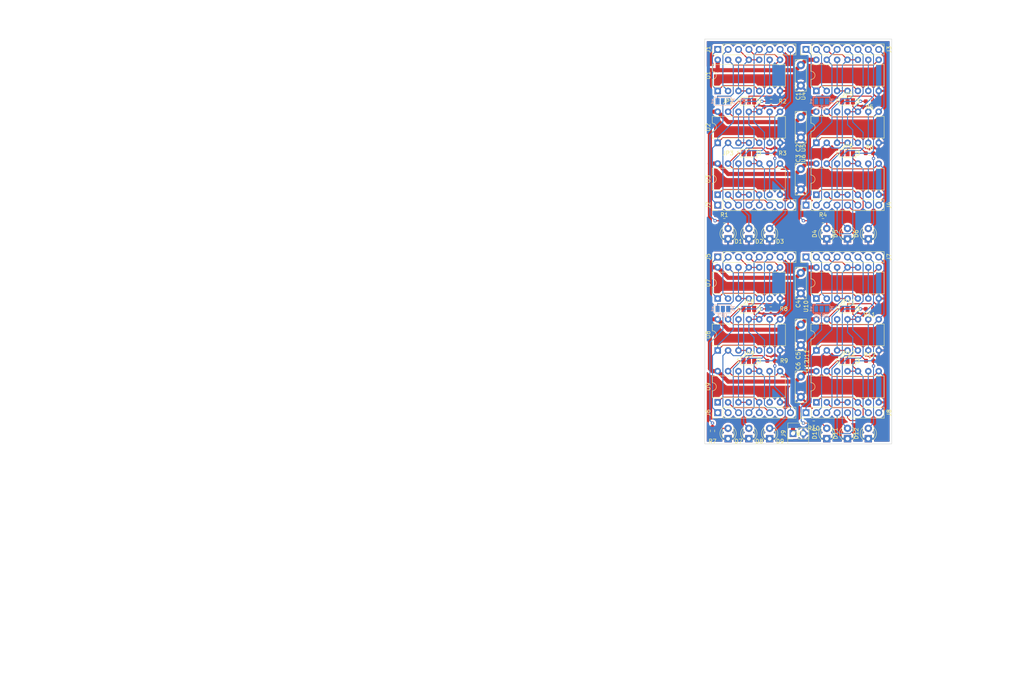
<source format=kicad_pcb>
(kicad_pcb (version 20211014) (generator pcbnew)
  (layers (0 "F.Cu" signal) (31 "B.Cu" signal) (34 "B.Paste" user) (35 "F.Paste" user) (36 "B.SilkS" user "B.Silkscreen") (37 "F.SilkS" user "F.Silkscreen") (38 "B.Mask" user) (39 "F.Mask" user) (44 "Edge.Cuts" user))
  (net 0 "")
  (net 1 "VCC")
  (net 2 "GND")
  (net 3 "/State_hold_unit1/~{Q}")
  (net 4 "/State_hold_unit1/Q")
  (net 5 "/State_hold_unit1/D")
  (net 6 "/State_hold_unit1/Gate")
  (net 7 "/State_hold_unit0/~{Q}")
  (net 8 "/State_hold_unit0/Q")
  (net 9 "/State_hold_unit0/D")
  (net 10 "/State_hold_unit0/Gate")
  (net 11 "/State_hold_unit2/~{Q}")
  (net 12 "/State_hold_unit2/Q")
  (net 13 "/State_hold_unit2/D")
  (net 14 "/State_hold_unit2/Gate")
  (net 15 "/State_hold_unit4/~{Q}")
  (net 16 "/State_hold_unit4/Q")
  (net 17 "/State_hold_unit4/D")
  (net 18 "/State_hold_unit4/Gate")
  (net 19 "/State_hold_unit3/~{Q}")
  (net 20 "/State_hold_unit3/Q")
  (net 21 "/State_hold_unit3/D")
  (net 22 "/State_hold_unit3/Gate")
  (net 23 "/State_hold_unit5/~{Q}")
  (net 24 "/State_hold_unit5/Q")
  (net 25 "/State_hold_unit5/D")
  (net 26 "/State_hold_unit5/Gate")
  (net 27 "/State_hold_unit7/~{Q}")
  (net 28 "/State_hold_unit7/Q")
  (net 29 "/State_hold_unit7/D")
  (net 30 "/State_hold_unit7/Gate")
  (net 31 "/State_hold_unit6/~{Q}")
  (net 32 "/State_hold_unit6/Q")
  (net 33 "/State_hold_unit6/D")
  (net 34 "/State_hold_unit6/Gate")
  (net 35 "/State_hold_unit8/~{Q}")
  (net 36 "/State_hold_unit8/Q")
  (net 37 "/State_hold_unit8/D")
  (net 38 "/State_hold_unit8/Gate")
  (net 39 "/State_hold_unit10/~{Q}")
  (net 40 "/State_hold_unit10/Q")
  (net 41 "/State_hold_unit10/D")
  (net 42 "/State_hold_unit10/Gate")
  (net 43 "/State_hold_unit9/~{Q}")
  (net 44 "/State_hold_unit9/Q")
  (net 45 "/State_hold_unit9/D")
  (net 46 "/State_hold_unit9/Gate")
  (net 47 "/State_hold_unit11/~{Q}")
  (net 48 "/State_hold_unit11/Q")
  (net 49 "/State_hold_unit11/D")
  (net 50 "/State_hold_unit11/Gate")
  (net 51 "Net-(U1-Pad12)")
  (net 52 "Net-(U1-Pad6)")
  (net 53 "Net-(U2-Pad12)")
  (net 54 "Net-(U2-Pad6)")
  (net 55 "Net-(U3-Pad12)")
  (net 56 "Net-(U3-Pad6)")
  (net 57 "Net-(U4-Pad12)")
  (net 58 "Net-(U4-Pad6)")
  (net 59 "Net-(U5-Pad12)")
  (net 60 "Net-(U5-Pad6)")
  (net 61 "Net-(U6-Pad12)")
  (net 62 "Net-(U6-Pad6)")
  (net 63 "Net-(U7-Pad12)")
  (net 64 "Net-(U7-Pad6)")
  (net 65 "Net-(U8-Pad12)")
  (net 66 "Net-(U8-Pad6)")
  (net 67 "Net-(U9-Pad12)")
  (net 68 "Net-(U9-Pad6)")
  (net 69 "Net-(U10-Pad12)")
  (net 70 "Net-(U10-Pad6)")
  (net 71 "Net-(U11-Pad12)")
  (net 72 "Net-(U11-Pad6)")
  (net 73 "Net-(U12-Pad12)")
  (net 74 "Net-(U12-Pad6)")
  (net 75 "Net-(R1-Pad2)")
  (net 76 "Net-(R2-Pad2)")
  (net 77 "Net-(R3-Pad2)")
  (net 78 "Net-(R4-Pad2)")
  (net 79 "Net-(R5-Pad2)")
  (net 80 "Net-(R6-Pad2)")
  (net 81 "Net-(R7-Pad2)")
  (net 82 "Net-(R8-Pad2)")
  (net 83 "Net-(R9-Pad2)")
  (net 84 "Net-(R10-Pad2)")
  (net 85 "Net-(R11-Pad2)")
  (net 86 "Net-(R12-Pad2)")
  (net 87 "Net-(JP1-Pad2)")
  (net 88 "Net-(JP2-Pad2)")
  (net 89 "Net-(JP3-Pad2)")
  (net 90 "Net-(JP4-Pad2)")
  (net 91 "Net-(JP5-Pad2)")
  (net 92 "Net-(JP6-Pad2)")
  (net 93 "Net-(JP7-Pad2)")
  (net 94 "Net-(JP8-Pad2)")
  (net 95 "Net-(JP9-Pad2)")
  (net 96 "Net-(JP10-Pad2)")
  (net 97 "Net-(JP11-Pad2)")
  (net 98 "Net-(JP12-Pad2)")
  (footprint "Capacitor_THT:C_Disc_D7.5mm_W2.5mm_P5.00mm" (layer "F.Cu") (at 226.06 133.945 90)
    (fp_text reference "C5")
    (fp_text value "C")
  )
  (footprint "Resistor_SMD:R_0603_1608Metric_Pad0.98x0.95mm_HandSolder" (layer "F.Cu") (at 218.7975 86.995)
    (fp_text reference "R3")
    (fp_text value "R")
  )
  (footprint "Jumper:SolderJumper-3_P1.3mm_Open_Pad1.0x1.5mm_NumberLabels" (layer "F.Cu") (at 213.36 86.995)
    (fp_text reference "JP3")
    (fp_text value "Jumper_3_Open")
  )
  (footprint "Jumper:SolderJumper-3_P1.3mm_Open_Pad1.0x1.5mm_NumberLabels" (layer "F.Cu") (at 213.36 74.295)
    (fp_text reference "JP2")
    (fp_text value "Jumper_3_Open")
  )
  (footprint "Capacitor_THT:C_Disc_D7.5mm_W2.5mm_P5.00mm" (layer "F.Cu") (at 226.06 95.845 90)
    (fp_text reference "C3")
    (fp_text value "C")
  )
  (footprint "Package_DIP:DIP-14_W7.62mm" (layer "F.Cu") (at 205.735 147.945 90)
    (fp_text reference "U9")
    (fp_text value "CD74HC00")
  )
  (footprint "Resistor_SMD:R_0603_1608Metric_Pad0.98x0.95mm_HandSolder" (layer "F.Cu") (at 218.7175 125.095 180)
    (fp_text reference "R8")
    (fp_text value "R")
  )
  (footprint "Jumper:SolderJumper-3_P1.3mm_Open_Pad1.0x1.5mm_NumberLabels" (layer "F.Cu") (at 213.36 137.795)
    (fp_text reference "JP9")
    (fp_text value "Jumper_3_Open")
  )
  (footprint "Jumper:SolderJumper-3_P1.3mm_Open_Pad1.0x1.5mm_NumberLabels" (layer "F.Cu") (at 237.49 74.295)
    (fp_text reference "JP5")
    (fp_text value "Jumper_3_Open")
  )
  (footprint "Jumper:SolderJumper-3_P1.3mm_Open_Pad1.0x1.5mm_NumberLabels" (layer "F.Cu") (at 237.49 86.995)
    (fp_text reference "JP6")
    (fp_text value "Jumper_3_Open")
  )
  (footprint "LED_THT:LED_D3.0mm" (layer "F.Cu") (at 218.44 107.95 90)
    (fp_text reference "D3")
    (fp_text value "LED")
  )
  (footprint "Connector_PinHeader_2.54mm:PinHeader_1x08_P2.54mm_Vertical" (layer "F.Cu") (at 227.33 61.595 90)
    (fp_text reference "J3")
    (fp_text value "Conn_01x08_Male")
  )
  (footprint "Resistor_SMD:R_0603_1608Metric_Pad0.98x0.95mm_HandSolder" (layer "F.Cu") (at 242.8475 125.095 180)
    (fp_text reference "R11")
    (fp_text value "R")
  )
  (footprint "Package_DIP:DIP-14_W7.62mm" (layer "F.Cu") (at 229.865 71.745 90)
    (fp_text reference "U4")
    (fp_text value "CD74HC00")
  )
  (footprint "Package_DIP:DIP-14_W7.62mm" (layer "F.Cu") (at 205.74 135.255 90)
    (fp_text reference "U8")
    (fp_text value "CD74HC00")
  )
  (footprint "Capacitor_THT:C_Disc_D7.5mm_W2.5mm_P5.00mm" (layer "F.Cu") (at 226.06 121.285 90)
    (fp_text reference "C4")
    (fp_text value "C")
  )
  (footprint "Package_DIP:DIP-14_W7.62mm" (layer "F.Cu") (at 205.74 84.455 90)
    (fp_text reference "U2")
    (fp_text value "CD74HC00")
  )
  (footprint "Resistor_SMD:R_0603_1608Metric_Pad0.98x0.95mm_HandSolder" (layer "F.Cu") (at 204.47 154.94 -90)
    (fp_text reference "R7")
    (fp_text value "R")
  )
  (footprint "LED_THT:LED_D3.0mm" (layer "F.Cu") (at 213.36 156.845 90)
    (fp_text reference "D8")
    (fp_text value "LED")
  )
  (footprint "Resistor_SMD:R_0603_1608Metric_Pad0.98x0.95mm_HandSolder" (layer "F.Cu") (at 242.8475 74.295 180)
    (fp_text reference "R5")
    (fp_text value "R")
  )
  (footprint "Connector_PinHeader_2.54mm:PinHeader_1x08_P2.54mm_Vertical" (layer "F.Cu") (at 205.755 99.695 90)
    (fp_text reference "J2")
    (fp_text value "Conn_01x08_Male")
  )
  (footprint "LED_THT:LED_D3.0mm" (layer "F.Cu") (at 242.57 107.955 90)
    (fp_text reference "D6")
    (fp_text value "LED")
  )
  (footprint "LED_THT:LED_D3.0mm" (layer "F.Cu") (at 213.36 107.95 90)
    (fp_text reference "D2")
    (fp_text value "LED")
  )
  (footprint "Jumper:SolderJumper-3_P1.3mm_Open_Pad1.0x1.5mm_NumberLabels" (layer "F.Cu") (at 213.36 125.095)
    (fp_text reference "JP8")
    (fp_text value "Jumper_3_Open")
  )
  (footprint "Package_DIP:DIP-14_W7.62mm" (layer "F.Cu") (at 229.87 97.155 90)
    (fp_text reference "U6")
    (fp_text value "CD74HC00")
  )
  (footprint "Connector_PinHeader_2.54mm:PinHeader_1x08_P2.54mm_Vertical" (layer "F.Cu") (at 205.755 61.595 90)
    (fp_text reference "J1")
    (fp_text value "Conn_01x08_Male")
  )
  (footprint "Connector_PinHeader_2.54mm:PinHeader_1x02_P2.54mm_Vertical" (layer "F.Cu") (at 224.155 155.575 90)
    (fp_text reference "J9")
    (fp_text value "Conn_01x02_Male")
  )
  (footprint "Connector_PinHeader_2.54mm:PinHeader_1x08_P2.54mm_Vertical" (layer "F.Cu") (at 227.33 112.395 90)
    (fp_text reference "J7")
    (fp_text value "Conn_01x08_Male")
  )
  (footprint "Capacitor_THT:C_Disc_D7.5mm_W2.5mm_P5.00mm" (layer "F.Cu") (at 226.06 70.445 90)
    (fp_text reference "C1")
    (fp_text value "C")
  )
  (footprint "Package_DIP:DIP-14_W7.62mm" (layer "F.Cu") (at 229.865 84.445 90)
    (fp_text reference "U5")
    (fp_text value "CD74HC00")
  )
  (footprint "Connector_PinHeader_2.54mm:PinHeader_1x08_P2.54mm_Vertical" (layer "F.Cu") (at 227.33 150.495 90)
    (fp_text reference "J8")
    (fp_text value "Conn_01x08_Male")
  )
  (footprint "LED_THT:LED_D3.0mm" (layer "F.Cu") (at 208.28 107.95 90)
    (fp_text reference "D1")
    (fp_text value "LED")
  )
  (footprint "Resistor_SMD:R_0603_1608Metric_Pad0.98x0.95mm_HandSolder" (layer "F.Cu") (at 229.235 153.035)
    (fp_text reference "R10")
    (fp_text value "R")
  )
  (footprint "Package_DIP:DIP-14_W7.62mm" (layer "F.Cu") (at 205.74 71.755 90)
    (fp_text reference "U1")
    (fp_text value "CD74HC00")
  )
  (footprint "Jumper:SolderJumper-3_P1.3mm_Open_Pad1.0x1.5mm_NumberLabels" (layer "F.Cu") (at 237.49 137.795)
    (fp_text reference "JP12")
    (fp_text value "Jumper_3_Open")
  )
  (footprint "Package_DIP:DIP-14_W7.62mm" (layer "F.Cu") (at 205.735 97.145 90)
    (fp_text reference "U3")
    (fp_text value "CD74HC00")
  )
  (footprint "Capacitor_THT:C_Disc_D7.5mm_W2.5mm_P5.00mm" (layer "F.Cu") (at 226.06 146.645 90)
    (fp_text reference "C6")
    (fp_text value "C")
  )
  (footprint "Connector_PinHeader_2.54mm:PinHeader_1x08_P2.54mm_Vertical" (layer "F.Cu") (at 227.33 99.695 90)
    (fp_text reference "J4")
    (fp_text value "Conn_01x08_Male")
  )
  (footprint "Capacitor_THT:C_Disc_D7.5mm_W2.5mm_P5.00mm" (layer "F.Cu") (at 226.06 83.145 90)
    (fp_text reference "C2")
    (fp_text value "C")
  )
  (footprint "Resistor_SMD:R_0603_1608Metric_Pad0.98x0.95mm_HandSolder" (layer "F.Cu") (at 218.7975 74.295 180)
    (fp_text reference "R2")
    (fp_text value "R")
  )
  (footprint "LED_THT:LED_D3.0mm" (layer "F.Cu") (at 232.41 107.955 90)
    (fp_text reference "D4")
    (fp_text value "LED")
  )
  (footprint "Resistor_SMD:R_0603_1608Metric_Pad0.98x0.95mm_HandSolder" (layer "F.Cu") (at 231.4975 103.505)
    (fp_text reference "R4")
    (fp_text value "R")
  )
  (footprint "Package_DIP:DIP-14_W7.62mm" (layer "F.Cu") (at 229.87 135.255 90)
    (fp_text reference "U11")
    (fp_text value "CD74HC00")
  )
  (footprint "Jumper:SolderJumper-3_P1.3mm_Open_Pad1.0x1.5mm_NumberLabels" (layer "F.Cu") (at 237.49 125.095)
    (fp_text reference "JP11")
    (fp_text value "Jumper_3_Open")
  )
  (footprint "Resistor_SMD:R_0603_1608Metric_Pad0.98x0.95mm_HandSolder" (layer "F.Cu") (at 242.8475 86.995)
    (fp_text reference "R6")
    (fp_text value "R")
  )
  (footprint "Package_DIP:DIP-14_W7.62mm" (layer "F.Cu") (at 229.87 147.955 90)
    (fp_text reference "U12")
    (fp_text value "CD74HC00")
  )
  (footprint "LED_THT:LED_D3.0mm" (layer "F.Cu") (at 237.49 156.845 90)
    (fp_text reference "D11")
    (fp_text value "LED")
  )
  (footprint "Resistor_SMD:R_0603_1608Metric_Pad0.98x0.95mm_HandSolder" (layer "F.Cu") (at 207.3675 103.505)
    (fp_text reference "R1")
    (fp_text value "R")
  )
  (footprint "Connector_PinHeader_2.54mm:PinHeader_1x08_P2.54mm_Vertical" (layer "F.Cu") (at 205.755 112.395 90)
    (fp_text reference "J5")
    (fp_text value "Conn_01x08_Male")
  )
  (footprint "Resistor_SMD:R_0603_1608Metric_Pad0.98x0.95mm_HandSolder" (layer "F.Cu") (at 218.7975 137.795)
    (fp_text reference "R9")
    (fp_text value "R")
  )
  (footprint "Package_DIP:DIP-14_W7.62mm" (layer "F.Cu") (at 229.87 122.555 90)
    (fp_text reference "U10")
    (fp_text value "CD74HC00")
  )
  (footprint "LED_THT:LED_D3.0mm" (layer "F.Cu") (at 242.57 156.85 90)
    (fp_text reference "D12")
    (fp_text value "LED")
  )
  (footprint "Resistor_SMD:R_0603_1608Metric_Pad0.98x0.95mm_HandSolder" (layer "F.Cu") (at 242.9275 137.795)
    (fp_text reference "R12")
    (fp_text value "R")
  )
  (footprint "LED_THT:LED_D3.0mm" (layer "F.Cu") (at 237.49 107.955 90)
    (fp_text reference "D5")
    (fp_text value "LED")
  )
  (footprint "Package_DIP:DIP-14_W7.62mm" (layer "F.Cu") (at 205.74 122.555 90)
    (fp_text reference "U7")
    (fp_text value "CD74HC00")
  )
  (footprint "LED_THT:LED_D3.0mm" (layer "F.Cu") (at 208.28 156.85 90)
    (fp_text reference "D7")
    (fp_text value "LED")
  )
  (footprint "LED_THT:LED_D3.0mm" (layer "F.Cu") (at 218.44 156.85 90)
    (fp_text reference "D9")
    (fp_text value "LED")
  )
  (footprint "LED_THT:LED_D3.0mm" (layer "F.Cu") (at 232.41 156.845 90)
    (fp_text reference "D10")
    (fp_text value "LED")
  )
  (footprint "Connector_PinHeader_2.54mm:PinHeader_1x08_P2.54mm_Vertical" (layer "F.Cu") (at 205.755 150.495 90)
    (fp_text reference "J6")
    (fp_text value "Conn_01x08_Male")
  )
  (footprint "Jumper:SolderJumper-3_P1.3mm_Open_Pad1.0x1.5mm_NumberLabels" (layer "B.Cu") (at 207.01 74.295)
    (fp_text reference "JP1")
    (fp_text value "Jumper_3_Open")
  )
  (footprint "Jumper:SolderJumper-3_P1.3mm_Open_Pad1.0x1.5mm_NumberLabels" (layer "B.Cu") (at 231.14 125.095)
    (fp_text reference "JP10")
    (fp_text value "Jumper_3_Open")
  )
  (footprint "Jumper:SolderJumper-3_P1.3mm_Open_Pad1.0x1.5mm_NumberLabels" (layer "B.Cu") (at 207.01 125.095)
    (fp_text reference "JP7")
    (fp_text value "Jumper_3_Open")
  )
  (footprint "Jumper:SolderJumper-3_P1.3mm_Open_Pad1.0x1.5mm_NumberLabels" (layer "B.Cu") (at 231.14 74.295)
    (fp_text reference "JP4")
    (fp_text value "Jumper_3_Open")
  )
  (gr_rect (start 222.885 153.035) (end 227.965 158.115) (layer "F.SilkS") (width 0.1) (fill none))
  (gr_rect (start 202.565 59.055) (end 248.285 158.115) (layer "Edge.Cuts") (width 0.1) (fill none))
  (gr_text "PWR" (at 225.425 155.575) (layer "F.SilkS") (effects (font (size 1 1))))
  (segment (start 224.155 147.955) (end 225.425 149.225) (width 1) (layer "F.Cu") (net 1))
  (segment (start 203.835 114.935) (end 203.835 127.635) (width 1) (layer "F.Cu") (net 1))
  (segment (start 227.37 140.335) (end 229.87 140.335) (width 1) (layer "F.Cu") (net 1))
  (segment (start 205.735 89.525) (end 203.845 89.525) (width 1) (layer "F.Cu") (net 1))
  (segment (start 224.83 142.875) (end 224.83 144.74) (width 1) (layer "F.Cu") (net 1))
  (segment (start 205.735 140.325) (end 208.28 142.87) (width 1) (layer "F.Cu") (net 1))
  (segment (start 205.74 76.835) (end 203.835 76.835) (width 1) (layer "F.Cu") (net 1))
  (segment (start 226.06 116.285) (end 227.41 114.935) (width 1) (layer "F.Cu") (net 1))
  (segment (start 224.83 130.175) (end 226.06 128.945) (width 1) (layer "F.Cu") (net 1))
  (segment (start 208.28 142.87) (end 208.28 142.875) (width 1) (layer "F.Cu") (net 1))
  (segment (start 226.06 78.145) (end 227.37 76.835) (width 1) (layer "F.Cu") (net 1))
  (segment (start 203.835 89.535) (end 203.835 114.935) (width 1) (layer "F.Cu") (net 1))
  (segment (start 224.83 66.675) (end 226.06 65.445) (width 1) (layer "F.Cu") (net 1))
  (segment (start 224.155 145.415) (end 224.155 147.955) (width 1) (layer "F.Cu") (net 1))
  (segment (start 224.87 117.475) (end 226.06 116.285) (width 1) (layer "F.Cu") (net 1))
  (segment (start 203.845 89.525) (end 203.835 89.535) (width 1) (layer "F.Cu") (net 1))
  (segment (start 203.835 139.7) (end 204.46 140.325) (width 1) (layer "F.Cu") (net 1))
  (segment (start 205.74 114.935) (end 203.835 114.935) (width 1) (layer "F.Cu") (net 1))
  (segment (start 208.28 92.075) (end 224.83 92.075) (width 1) (layer "F.Cu") (net 1))
  (segment (start 227.965 76.835) (end 227.975 76.825) (width 1) (layer "F.Cu") (net 1))
  (segment (start 227.37 76.835) (end 227.965 76.835) (width 1) (layer "F.Cu") (net 1))
  (segment (start 205.74 64.135) (end 205.74 66.675) (width 1) (layer "F.Cu") (net 1))
  (segment (start 208.28 117.475) (end 224.87 117.475) (width 1) (layer "F.Cu") (net 1))
  (segment (start 227.37 127.635) (end 229.87 127.635) (width 1) (layer "F.Cu") (net 1))
  (segment (start 203.835 127.635) (end 203.835 139.7) (width 1) (layer "F.Cu") (net 1))
  (segment (start 205.74 66.675) (end 203.835 66.675) (width 1) (layer "F.Cu") (net 1))
  (segment (start 224.83 142.875) (end 226.06 141.645) (width 1) (layer "F.Cu") (net 1))
  (segment (start 224.83 79.375) (end 226.06 78.145) (width 1) (layer "F.Cu") (net 1))
  (segment (start 208.28 130.175) (end 224.83 130.175) (width 1) (layer "F.Cu") (net 1))
  (segment (start 224.155 153.035) (end 224.155 155.575) (width 1) (layer "F.Cu") (net 1))
  (segment (start 203.835 76.835) (end 203.835 89.535) (width 1) (layer "F.Cu") (net 1))
  (segment (start 205.74 127.635) (end 203.835 127.635) (width 1) (layer "F.Cu") (net 1))
  (segment (start 208.28 79.375) (end 224.83 79.375) (width 1) (layer "F.Cu") (net 1))
  (segment (start 205.735 89.525) (end 208.28 92.07) (width 1) (layer "F.Cu") (net 1))
  (segment (start 205.74 127.635) (end 208.28 130.175) (width 1) (layer "F.Cu") (net 1))
  (segment (start 225.425 151.765) (end 224.155 153.035) (width 1) (layer "F.Cu") (net 1))
  (segment (start 227.975 64.125) (end 229.865 64.125) (width 1) (layer "F.Cu") (net 1))
  (segment (start 227.965 64.135) (end 227.975 64.125) (width 1) (layer "F.Cu") (net 1))
  (segment (start 225.425 149.225) (end 225.425 151.765) (width 1) (layer "F.Cu") (net 1))
  (segment (start 203.835 66.675) (end 203.835 76.835) (width 1) (layer "F.Cu") (net 1))
  (segment (start 205.74 66.675) (end 224.83 66.675) (width 1) (layer "F.Cu") (net 1))
  (segment (start 226.06 128.945) (end 227.37 127.635) (width 1) (layer "F.Cu") (net 1))
  (segment (start 226.06 141.645) (end 227.37 140.335) (width 1) (layer "F.Cu") (net 1))
  (segment (start 208.28 142.875) (end 224.83 142.875) (width 1) (layer "F.Cu") (net 1))
  (segment (start 224.83 144.74) (end 224.155 145.415) (width 1) (layer "F.Cu") (net 1))
  (segment (start 205.74 114.935) (end 208.28 117.475) (width 1) (layer "F.Cu") (net 1))
  (segment (start 205.74 76.835) (end 208.28 79.375) (width 1) (layer "F.Cu") (net 1))
  (segment (start 226.06 65.445) (end 227.37 64.135) (width 1) (layer "F.Cu") (net 1))
  (segment (start 224.83 92.075) (end 226.06 90.845) (width 1) (layer "F.Cu") (net 1))
  (segment (start 227.41 114.935) (end 229.87 114.935) (width 1) (layer "F.Cu") (net 1))
  (segment (start 204.46 140.325) (end 205.735 140.325) (width 1) (layer "F.Cu") (net 1))
  (segment (start 208.28 92.07) (end 208.28 92.075) (width 1) (layer "F.Cu") (net 1))
  (segment (start 227.37 89.535) (end 229.87 89.535) (width 1) (layer "F.Cu") (net 1))
  (segment (start 226.06 90.845) (end 227.37 89.535) (width 1) (layer "F.Cu") (net 1))
  (segment (start 227.975 76.825) (end 229.865 76.825) (width 1) (layer "F.Cu") (net 1))
  (segment (start 227.37 64.135) (end 227.965 64.135) (width 1) (layer "F.Cu") (net 1))
  (segment (start 209.55 78.105) (end 219.71 78.105) (width 0.25) (layer "F.Cu") (net 3))
  (segment (start 208.28 76.835) (end 210.82 74.295) (width 0.25) (layer "F.Cu") (net 3))
  (segment (start 210.82 74.295) (end 212.06 74.295) (width 0.25) (layer "F.Cu") (net 3))
  (segment (start 208.28 76.835) (end 209.55 78.105) (width 0.25) (layer "F.Cu") (net 3))
  (segment (start 219.71 78.105) (end 220.98 76.835) (width 0.25) (layer "F.Cu") (net 3))
  (segment (start 213.375 99.695) (end 214.63 98.44) (width 0.25) (layer "B.Cu") (net 3))
  (segment (start 219.71 86.36) (end 219.71 78.105) (width 0.25) (layer "B.Cu") (net 3))
  (segment (start 215.265 86.995) (end 219.075 86.995) (width 0.25) (layer "B.Cu") (net 3))
  (segment (start 223.535 74.28) (end 220.98 76.835) (width 0.25) (layer "B.Cu") (net 3))
  (segment (start 214.63 87.63) (end 215.265 86.995) (width 0.25) (layer "B.Cu") (net 3))
  (segment (start 223.535 61.595) (end 223.535 74.28) (width 0.25) (layer "B.Cu") (net 3))
  (segment (start 219.71 78.105) (end 220.98 76.835) (width 0.25) (layer "B.Cu") (net 3))
  (segment (start 214.63 98.44) (end 214.63 87.63) (width 0.25) (layer "B.Cu") (net 3))
  (segment (start 219.075 86.995) (end 219.71 86.36) (width 0.25) (layer "B.Cu") (net 3))
  (segment (start 213.36 76.835) (end 215.9 76.835) (width 0.25) (layer "F.Cu") (net 4))
  (segment (start 214.66 74.295) (end 214.66 75.595) (width 0.25) (layer "F.Cu") (net 4))
  (segment (start 214.66 75.595) (end 215.9 76.835) (width 0.25) (layer "F.Cu") (net 4))
  (segment (start 222.885 63.485) (end 222.885 73.339009) (width 0.25) (layer "B.Cu") (net 4))
  (segment (start 209.565 98.425) (end 209.55 98.425) (width 0.25) (layer "B.Cu") (net 4))
  (segment (start 212.725 85.725) (end 213.995 85.725) (width 0.25) (layer "B.Cu") (net 4))
  (segment (start 209.55 88.9) (end 212.725 85.725) (width 0.25) (layer "B.Cu") (net 4))
  (segment (start 213.995 85.725) (end 214.63 85.09) (width 0.25) (layer "B.Cu") (net 4))
  (segment (start 220.659009 75.565) (end 217.17 75.565) (width 0.25) (layer "B.Cu") (net 4))
  (segment (start 210.835 99.695) (end 209.565 98.425) (width 0.25) (layer "B.Cu") (net 4))
  (segment (start 220.995 61.595) (end 222.885 63.485) (width 0.25) (layer "B.Cu") (net 4))
  (segment (start 214.63 81.28) (end 213.36 80.01) (width 0.25) (layer "B.Cu") (net 4))
  (segment (start 214.63 85.09) (end 214.63 81.28) (width 0.25) (layer "B.Cu") (net 4))
  (segment (start 217.17 75.565) (end 215.9 76.835) (width 0.25) (layer "B.Cu") (net 4))
  (segment (start 222.885 73.339009) (end 220.659009 75.565) (width 0.25) (layer "B.Cu") (net 4))
  (segment (start 213.36 80.01) (end 213.36 76.835) (width 0.25) (layer "B.Cu") (net 4))
  (segment (start 209.55 98.425) (end 209.55 88.9) (width 0.25) (layer "B.Cu") (net 4))
  (segment (start 218.455 61.595) (end 217.185 62.865) (width 0.25) (layer "B.Cu") (net 5))
  (segment (start 208.295 99.695) (end 207.025 98.425) (width 0.25) (layer "B.Cu") (net 5))
  (segment (start 212.725 74.295) (end 215.265 74.295) (width 0.25) (layer "B.Cu") (net 5))
  (segment (start 212.09 74.93) (end 212.725 74.295) (width 0.25) (layer "B.Cu") (net 5))
  (segment (start 217.185 62.865) (end 217.17 62.865) (width 0.25) (layer "B.Cu") (net 5))
  (segment (start 207.025 98.425) (end 207.01 98.425) (width 0.25) (layer "B.Cu") (net 5))
  (segment (start 207.01 98.425) (end 207.01 85.725) (width 0.25) (layer "B.Cu") (net 5))
  (segment (start 207.01 85.725) (end 208.28 84.455) (width 0.25) (layer "B.Cu") (net 5))
  (segment (start 212.09 85.09) (end 212.09 74.93) (width 0.25) (layer "B.Cu") (net 5))
  (segment (start 208.28 84.455) (end 209.55 85.725) (width 0.25) (layer "B.Cu") (net 5))
  (segment (start 211.455 85.725) (end 212.09 85.09) (width 0.25) (layer "B.Cu") (net 5))
  (segment (start 217.17 62.865) (end 217.17 72.39) (width 0.25) (layer "B.Cu") (net 5))
  (segment (start 209.55 85.725) (end 211.455 85.725) (width 0.25) (layer "B.Cu") (net 5))
  (segment (start 217.17 72.39) (end 215.265 74.295) (width 0.25) (layer "B.Cu") (net 5))
  (segment (start 205.74 84.455) (end 207.01 83.185) (width 0.25) (layer "F.Cu") (net 6))
  (segment (start 214.63 83.185) (end 215.9 84.455) (width 0.25) (layer "F.Cu") (net 6))
  (segment (start 207.01 83.185) (end 214.63 83.185) (width 0.25) (layer "F.Cu") (net 6))
  (segment (start 209.55 79.375) (end 205.74 83.185) (width 0.25) (layer "B.Cu") (net 6))
  (segment (start 205.74 99.695) (end 204.47 98.425) (width 0.25) (layer "B.Cu") (net 6))
  (segment (start 205.74 83.185) (end 205.74 84.455) (width 0.25) (layer "B.Cu") (net 6))
  (segment (start 205.755 99.695) (end 205.74 99.695) (width 0.25) (layer "B.Cu") (net 6))
  (segment (start 212.09 73.66) (end 209.55 76.2) (width 0.25) (layer "B.Cu") (net 6))
  (segment (start 213.995 73.66) (end 212.09 73.66) (width 0.25) (layer "B.Cu") (net 6))
  (segment (start 214.645 62.865) (end 214.63 62.865) (width 0.25) (layer "B.Cu") (net 6))
  (segment (start 215.915 61.595) (end 214.645 62.865) (width 0.25) (layer "B.Cu") (net 6))
  (segment (start 214.63 73.025) (end 213.995 73.66) (width 0.25) (layer "B.Cu") (net 6))
  (segment (start 214.63 62.865) (end 214.63 73.025) (width 0.25) (layer "B.Cu") (net 6))
  (segment (start 209.55 76.2) (end 209.55 79.375) (width 0.25) (layer "B.Cu") (net 6))
  (segment (start 204.47 85.725) (end 205.74 84.455) (width 0.25) (layer "B.Cu") (net 6))
  (segment (start 204.47 98.425) (end 204.47 85.725) (width 0.25) (layer "B.Cu") (net 6))
  (segment (start 219.71 65.405) (end 220.98 64.135) (width 0.25) (layer "F.Cu") (net 7))
  (segment (start 209.55 65.405) (end 219.71 65.405) (width 0.25) (layer "F.Cu") (net 7))
  (segment (start 219.71 62.865) (end 220.98 64.135) (width 0.25) (layer "F.Cu") (net 7))
  (segment (start 214.63 62.865) (end 219.71 62.865) (width 0.25) (layer "F.Cu") (net 7))
  (segment (start 214.63 62.85) (end 214.63 62.865) (width 0.25) (layer "F.Cu") (net 7))
  (segment (start 213.375 61.595) (end 214.63 62.85) (width 0.25) (layer "F.Cu") (net 7))
  (segment (start 208.28 64.135) (end 209.55 65.405) (width 0.25) (layer "F.Cu") (net 7))
  (segment (start 208.915 73.025) (end 209.55 72.39) (width 0.25) (layer "B.Cu") (net 7))
  (segment (start 209.55 65.405) (end 208.28 64.135) (width 0.25) (layer "B.Cu") (net 7))
  (segment (start 205.71 73.055) (end 205.74 73.025) (width 0.25) (layer "B.Cu") (net 7))
  (segment (start 205.74 73.025) (end 208.915 73.025) (width 0.25) (layer "B.Cu") (net 7))
  (segment (start 205.71 74.295) (end 205.71 73.055) (width 0.25) (layer "B.Cu") (net 7))
  (segment (start 209.55 72.39) (end 209.55 65.405) (width 0.25) (layer "B.Cu") (net 7))
  (segment (start 213.36 64.12) (end 213.36 64.135) (width 0.25) (layer "F.Cu") (net 8))
  (segment (start 213.36 64.135) (end 215.9 64.135) (width 0.25) (layer "F.Cu") (net 8))
  (segment (start 210.835 61.595) (end 213.36 64.12) (width 0.25) (layer "F.Cu") (net 8))
  (segment (start 213.36 64.135) (end 212.09 65.405) (width 0.25) (layer "B.Cu") (net 8))
  (segment (start 212.09 72.075991) (end 209.870991 74.295) (width 0.25) (layer "B.Cu") (net 8))
  (segment (start 209.870991 74.295) (end 208.31 74.295) (width 0.25) (layer "B.Cu") (net 8))
  (segment (start 212.09 65.405) (end 212.09 72.075991) (width 0.25) (layer "B.Cu") (net 8))
  (segment (start 207.01 70.485) (end 208.28 71.755) (width 0.25) (layer "B.Cu") (net 9))
  (segment (start 208.295 61.595) (end 207.025 62.865) (width 0.25) (layer "B.Cu") (net 9))
  (segment (start 207.01 62.865) (end 207.01 70.485) (width 0.25) (layer "B.Cu") (net 9))
  (segment (start 207.025 62.865) (end 207.01 62.865) (width 0.25) (layer "B.Cu") (net 9))
  (segment (start 214.63 70.485) (end 215.9 71.755) (width 0.25) (layer "F.Cu") (net 10))
  (segment (start 205.74 71.755) (end 207.01 70.485) (width 0.25) (layer "F.Cu") (net 10))
  (segment (start 207.01 70.485) (end 214.63 70.485) (width 0.25) (layer "F.Cu") (net 10))
  (segment (start 205.755 61.595) (end 205.74 61.595) (width 0.25) (layer "B.Cu") (net 10))
  (segment (start 204.47 70.485) (end 205.74 71.755) (width 0.25) (layer "B.Cu") (net 10))
  (segment (start 204.47 62.865) (end 204.47 70.485) (width 0.25) (layer "B.Cu") (net 10))
  (segment (start 205.74 61.595) (end 204.47 62.865) (width 0.25) (layer "B.Cu") (net 10))
  (segment (start 210.805 86.995) (end 208.275 89.525) (width 0.25) (layer "F.Cu") (net 11))
  (segment (start 208.275 89.525) (end 209.55 90.8) (width 0.25) (layer "F.Cu") (net 11))
  (segment (start 219.695 90.805) (end 220.975 89.525) (width 0.25) (layer "F.Cu") (net 11))
  (segment (start 212.06 86.995) (end 210.805 86.995) (width 0.25) (layer "F.Cu") (net 11))
  (segment (start 209.55 90.8) (end 209.55 90.805) (width 0.25) (layer "F.Cu") (net 11))
  (segment (start 209.55 90.805) (end 219.695 90.805) (width 0.25) (layer "F.Cu") (net 11))
  (segment (start 223.535 98.425) (end 223.535 99.695) (width 0.25) (layer "B.Cu") (net 11))
  (segment (start 222.885 91.435) (end 222.885 97.775) (width 0.25) (layer "B.Cu") (net 11))
  (segment (start 222.885 97.775) (end 223.535 98.425) (width 0.25) (layer "B.Cu") (net 11))
  (segment (start 220.975 89.525) (end 222.885 91.435) (width 0.25) (layer "B.Cu") (net 11))
  (segment (start 214.66 88.29) (end 215.895 89.525) (width 0.25) (layer "F.Cu") (net 12))
  (segment (start 214.66 86.995) (end 214.66 88.29) (width 0.25) (layer "F.Cu") (net 12))
  (segment (start 213.355 89.525) (end 215.895 89.525) (width 0.25) (layer "F.Cu") (net 12))
  (segment (start 217.17 97.79) (end 217.805 98.425) (width 0.25) (layer "B.Cu") (net 12))
  (segment (start 217.17 90.8) (end 217.17 97.79) (width 0.25) (layer "B.Cu") (net 12))
  (segment (start 215.895 89.525) (end 217.17 90.8) (width 0.25) (layer "B.Cu") (net 12))
  (segment (start 217.805 98.425) (end 219.725 98.425) (width 0.25) (layer "B.Cu") (net 12))
  (segment (start 219.725 98.425) (end 220.995 99.695) (width 0.25) (layer "B.Cu") (net 12))
  (segment (start 208.275 97.145) (end 209.55 98.42) (width 0.25) (layer "F.Cu") (net 13))
  (segment (start 217.185 98.425) (end 218.455 99.695) (width 0.25) (layer "F.Cu") (net 13))
  (segment (start 209.55 98.42) (end 209.55 98.425) (width 0.25) (layer "F.Cu") (net 13))
  (segment (start 209.55 98.425) (end 217.185 98.425) (width 0.25) (layer "F.Cu") (net 13))
  (segment (start 207.01 95.885) (end 214.635 95.885) (width 0.25) (layer "F.Cu") (net 14))
  (segment (start 214.635 95.885) (end 215.895 97.145) (width 0.25) (layer "F.Cu") (net 14))
  (segment (start 205.75 97.145) (end 207.01 95.885) (width 0.25) (layer "F.Cu") (net 14))
  (segment (start 205.735 97.145) (end 205.75 97.145) (width 0.25) (layer "F.Cu") (net 14))
  (segment (start 215.895 99.675) (end 215.915 99.695) (width 0.25) (layer "B.Cu") (net 14))
  (segment (start 215.895 97.145) (end 215.895 99.675) (width 0.25) (layer "B.Cu") (net 14))
  (segment (start 232.41 76.835) (end 234.95 74.295) (width 0.25) (layer "F.Cu") (net 15))
  (segment (start 233.68 78.105) (end 243.84 78.105) (width 0.25) (layer "F.Cu") (net 15))
  (segment (start 234.95 74.295) (end 236.19 74.295) (width 0.25) (layer "F.Cu") (net 15))
  (segment (start 243.84 78.105) (end 245.11 76.835) (width 0.25) (layer "F.Cu") (net 15))
  (segment (start 232.41 76.835) (end 233.68 78.105) (width 0.25) (layer "F.Cu") (net 15))
  (segment (start 238.76 106.045) (end 238.76 87.63) (width 0.25) (layer "B.Cu") (net 15))
  (segment (start 235.585 106.68) (end 238.125 106.68) (width 0.25) (layer "B.Cu") (net 15))
  (segment (start 238.76 87.63) (end 239.395 86.995) (width 0.25) (layer "B.Cu") (net 15))
  (segment (start 234.95 99.695) (end 234.95 106.045) (width 0.25) (layer "B.Cu") (net 15))
  (segment (start 234.95 106.045) (end 235.585 106.68) (width 0.25) (layer "B.Cu") (net 15))
  (segment (start 246.38 62.865) (end 245.11 61.595) (width 0.25) (layer "B.Cu") (net 15))
  (segment (start 246.38 75.565) (end 246.38 62.865) (width 0.25) (layer "B.Cu") (net 15))
  (segment (start 239.395 86.995) (end 243.205 86.995) (width 0.25) (layer "B.Cu") (net 15))
  (segment (start 243.205 86.995) (end 243.84 86.36) (width 0.25) (layer "B.Cu") (net 15))
  (segment (start 243.84 78.105) (end 246.38 75.565) (width 0.25) (layer "B.Cu") (net 15))
  (segment (start 238.125 106.68) (end 238.76 106.045) (width 0.25) (layer "B.Cu") (net 15))
  (segment (start 243.84 86.36) (end 243.84 78.105) (width 0.25) (layer "B.Cu") (net 15))
  (segment (start 237.49 76.835) (end 240.03 76.835) (width 0.25) (layer "F.Cu") (net 16))
  (segment (start 238.79 75.595) (end 240.03 76.835) (width 0.25) (layer "F.Cu") (net 16))
  (segment (start 238.79 74.295) (end 238.79 75.595) (width 0.25) (layer "F.Cu") (net 16))
  (segment (start 237.49 76.835) (end 237.49 80.01) (width 0.25) (layer "B.Cu") (net 16))
  (segment (start 243.84 62.865) (end 242.57 61.595) (width 0.25) (layer "B.Cu") (net 16))
  (segment (start 238.76 85.09) (end 238.125 85.725) (width 0.25) (layer "B.Cu") (net 16))
  (segment (start 233.68 88.9) (end 233.68 98.425) (width 0.25) (layer "B.Cu") (net 16))
  (segment (start 233.68 98.425) (end 232.41 99.695) (width 0.25) (layer "B.Cu") (net 16))
  (segment (start 238.125 85.725) (end 236.855 85.725) (width 0.25) (layer "B.Cu") (net 16))
  (segment (start 240.03 76.835) (end 243.84 73.025) (width 0.25) (layer "B.Cu") (net 16))
  (segment (start 238.76 81.28) (end 238.76 85.09) (width 0.25) (layer "B.Cu") (net 16))
  (segment (start 237.49 80.01) (end 238.76 81.28) (width 0.25) (layer "B.Cu") (net 16))
  (segment (start 243.84 73.025) (end 243.84 62.88) (width 0.25) (layer "B.Cu") (net 16))
  (segment (start 236.855 85.725) (end 233.68 88.9) (width 0.25) (layer "B.Cu") (net 16))
  (segment (start 232.41 84.455) (end 231.14 85.725) (width 0.25) (layer "B.Cu") (net 17))
  (segment (start 231.14 85.725) (end 231.14 98.425) (width 0.25) (layer "B.Cu") (net 17))
  (segment (start 236.22 74.93) (end 236.22 85.09) (width 0.25) (layer "B.Cu") (net 17))
  (segment (start 233.68 85.725) (end 232.41 84.455) (width 0.25) (layer "B.Cu") (net 17))
  (segment (start 239.395 74.295) (end 236.855 74.295) (width 0.25) (layer "B.Cu") (net 17))
  (segment (start 241.3 72.39) (end 239.395 74.295) (width 0.25) (layer "B.Cu") (net 17))
  (segment (start 241.3 62.865) (end 241.3 72.39) (width 0.25) (layer "B.Cu") (net 17))
  (segment (start 231.14 98.425) (end 229.87 99.695) (width 0.25) (layer "B.Cu") (net 17))
  (segment (start 235.585 85.725) (end 233.68 85.725) (width 0.25) (layer "B.Cu") (net 17))
  (segment (start 240.03 61.595) (end 241.3 62.865) (width 0.25) (layer "B.Cu") (net 17))
  (segment (start 236.855 74.295) (end 236.22 74.93) (width 0.25) (layer "B.Cu") (net 17))
  (segment (start 236.22 85.09) (end 235.585 85.725) (width 0.25) (layer "B.Cu") (net 17))
  (segment (start 238.76 83.185) (end 240.03 84.455) (width 0.25) (layer "F.Cu") (net 18))
  (segment (start 229.87 84.455) (end 231.14 83.185) (width 0.25) (layer "F.Cu") (net 18))
  (segment (start 231.14 83.185) (end 238.76 83.185) (width 0.25) (layer "F.Cu") (net 18))
  (segment (start 228.6 85.725) (end 229.87 84.455) (width 0.25) (layer "B.Cu") (net 18))
  (segment (start 233.68 79.375) (end 233.68 76.2) (width 0.25) (layer "B.Cu") (net 18))
  (segment (start 228.6 97.155) (end 227.33 98.425) (width 0.25) (layer "B.Cu") (net 18))
  (segment (start 236.22 73.66) (end 238.125 73.66) (width 0.25) (layer "B.Cu") (net 18))
  (segment (start 238.76 62.865) (end 237.49 61.595) (width 0.25) (layer "B.Cu") (net 18))
  (segment (start 229.87 83.185) (end 233.68 79.375) (width 0.25) (layer "B.Cu") (net 18))
  (segment (start 233.68 76.2) (end 236.22 73.66) (width 0.25) (layer "B.Cu") (net 18))
  (segment (start 227.33 98.425) (end 227.33 99.695) (width 0.25) (layer "B.Cu") (net 18))
  (segment (start 238.76 73.025) (end 238.76 62.865) (width 0.25) (layer "B.Cu") (net 18))
  (segment (start 228.6 97.155) (end 228.6 85.725) (width 0.25) (layer "B.Cu") (net 18))
  (segment (start 229.87 84.455) (end 229.87 83.185) (width 0.25) (layer "B.Cu") (net 18))
  (segment (start 238.125 73.66) (end 238.76 73.025) (width 0.25) (layer "B.Cu") (net 18))
  (segment (start 232.41 64.135) (end 233.68 65.405) (width 0.25) (layer "F.Cu") (net 19))
  (segment (start 243.84 65.405) (end 245.11 64.135) (width 0.25) (layer "F.Cu") (net 19))
  (segment (start 233.68 65.405) (end 243.84 65.405) (width 0.25) (layer "F.Cu") (net 19))
  (segment (start 229.84 73.025) (end 233.045 73.025) (width 0.25) (layer "B.Cu") (net 19))
  (segment (start 234.95 61.595) (end 232.42 64.125) (width 0.25) (layer "B.Cu") (net 19))
  (segment (start 233.68 72.39) (end 233.68 65.4) (width 0.25) (layer "B.Cu") (net 19))
  (segment (start 233.68 65.4) (end 232.405 64.125) (width 0.25) (layer "B.Cu") (net 19))
  (segment (start 229.84 74.265) (end 229.84 73.025) (width 0.25) (layer "B.Cu") (net 19))
  (segment (start 232.42 64.125) (end 232.405 64.125) (width 0.25) (layer "B.Cu") (net 19))
  (segment (start 233.045 73.025) (end 233.68 72.39) (width 0.25) (layer "B.Cu") (net 19))
  (segment (start 236.225 62.865) (end 237.485 64.125) (width 0.25) (layer "F.Cu") (net 20))
  (segment (start 232.41 61.595) (end 233.68 62.865) (width 0.25) (layer "F.Cu") (net 20))
  (segment (start 237.49 64.12) (end 237.49 64.135) (width 0.25) (layer "F.Cu") (net 20))
  (segment (start 233.68 62.865) (end 236.225 62.865) (width 0.25) (layer "F.Cu") (net 20))
  (segment (start 237.49 64.135) (end 240.03 64.135) (width 0.25) (layer "F.Cu") (net 20))
  (segment (start 234.000991 74.295) (end 232.44 74.295) (width 0.25) (layer "B.Cu") (net 20))
  (segment (start 236.22 72.075991) (end 234.000991 74.295) (width 0.25) (layer "B.Cu") (net 20))
  (segment (start 237.49 64.135) (end 236.22 65.405) (width 0.25) (layer "B.Cu") (net 20))
  (segment (start 236.22 65.405) (end 236.22 72.075991) (width 0.25) (layer "B.Cu") (net 20))
  (segment (start 231.14 70.485) (end 232.41 71.755) (width 0.25) (layer "B.Cu") (net 21))
  (segment (start 231.14 62.865) (end 229.87 61.595) (width 0.25) (layer "B.Cu") (net 21))
  (segment (start 231.14 62.865) (end 231.14 70.485) (width 0.25) (layer "B.Cu") (net 21))
  (segment (start 231.14 70.485) (end 238.76 70.485) (width 0.25) (layer "F.Cu") (net 22))
  (segment (start 238.76 70.485) (end 240.03 71.755) (width 0.25) (layer "F.Cu") (net 22))
  (segment (start 229.87 71.755) (end 231.14 70.485) (width 0.25) (layer "F.Cu") (net 22))
  (segment (start 227.33 61.595) (end 228.6 62.865) (width 0.25) (layer "B.Cu") (net 22))
  (segment (start 228.6 70.485) (end 229.87 71.755) (width 0.25) (layer "B.Cu") (net 22))
  (segment (start 228.6 62.865) (end 228.6 70.485) (width 0.25) (layer "B.Cu") (net 22))
  (segment (start 233.68 90.805) (end 243.825 90.805) (width 0.25) (layer "F.Cu") (net 23))
  (segment (start 234.935 86.995) (end 232.405 89.525) (width 0.25) (layer "F.Cu") (net 23))
  (segment (start 236.19 86.995) (end 234.935 86.995) (width 0.25) (layer "F.Cu") (net 23))
  (segment (start 233.68 90.8) (end 233.68 90.805) (width 0.25) (layer "F.Cu") (net 23))
  (segment (start 232.405 89.525) (end 233.68 90.8) (width 0.25) (layer "F.Cu") (net 23))
  (segment (start 243.825 90.805) (end 245.105 89.525) (width 0.25) (layer "F.Cu") (net 23))
  (segment (start 245.11 99.695) (end 246.38 98.425) (width 0.25) (layer "B.Cu") (net 23))
  (segment (start 246.38 98.425) (end 246.38 90.8) (width 0.25) (layer "B.Cu") (net 23))
  (segment (start 246.38 90.8) (end 245.105 89.525) (width 0.25) (layer "B.Cu") (net 23))
  (segment (start 238.79 88.29) (end 240.025 89.525) (width 0.25) (layer "F.Cu") (net 24))
  (segment (start 238.79 86.995) (end 238.79 88.29) (width 0.25) (layer "F.Cu") (net 24))
  (segment (start 237.485 89.525) (end 240.025 89.525) (width 0.25) (layer "F.Cu") (net 24))
  (segment (start 242.57 99.695) (end 241.3 98.425) (width 0.25) (layer "B.Cu") (net 24))
  (segment (start 241.3 90.8) (end 240.025 89.525) (width 0.25) (layer "B.Cu") (net 24))
  (segment (start 241.3 98.425) (end 241.3 90.8) (width 0.25) (layer "B.Cu") (net 24))
  (segment (start 238.76 98.425) (end 240.03 99.695) (width 0.25) (layer "F.Cu") (net 25))
  (segment (start 233.68 98.425) (end 238.76 98.425) (width 0.25) (layer "F.Cu") (net 25))
  (segment (start 232.41 97.155) (end 233.68 98.425) (width 0.25) (layer "F.Cu") (net 25))
  (segment (start 231.14 95.885) (end 238.765 95.885) (width 0.25) (layer "F.Cu") (net 26))
  (segment (start 229.88 97.145) (end 231.14 95.885) (width 0.25) (layer "F.Cu") (net 26))
  (segment (start 229.865 97.145) (end 229.88 97.145) (width 0.25) (layer "F.Cu") (net 26))
  (segment (start 241.3 100.33) (end 240.665 100.965) (width 0.25) (layer "F.Cu") (net 26))
  (segment (start 240.665 100.965) (end 238.76 100.965) (width 0.25) (layer "F.Cu") (net 26))
  (segment (start 241.3 98.425) (end 241.3 100.33) (width 0.25) (layer "F.Cu") (net 26))
  (segment (start 238.76 100.965) (end 237.49 99.695) (width 0.25) (layer "F.Cu") (net 26))
  (segment (start 238.765 95.885) (end 240.025 97.145) (width 0.25) (layer "F.Cu") (net 26))
  (segment (start 240.03 97.155) (end 241.3 98.425) (width 0.25) (layer "F.Cu") (net 26))
  (segment (start 210.82 125.095) (end 212.06 125.095) (width 0.25) (layer "F.Cu") (net 27))
  (segment (start 208.28 127.635) (end 210.82 125.095) (width 0.25) (layer "F.Cu") (net 27))
  (segment (start 208.28 127.635) (end 209.55 128.905) (width 0.25) (layer "F.Cu") (net 27))
  (segment (start 209.55 128.905) (end 219.71 128.905) (width 0.25) (layer "F.Cu") (net 27))
  (segment (start 219.71 128.905) (end 220.98 127.635) (width 0.25) (layer "F.Cu") (net 27))
  (segment (start 219.075 137.795) (end 219.71 137.16) (width 0.25) (layer "B.Cu") (net 27))
  (segment (start 214.63 138.43) (end 215.265 137.795) (width 0.25) (layer "B.Cu") (net 27))
  (segment (start 219.71 137.16) (end 219.71 128.905) (width 0.25) (layer "B.Cu") (net 27))
  (segment (start 213.375 150.495) (end 214.63 149.24) (width 0.25) (layer "B.Cu") (net 27))
  (segment (start 223.535 112.395) (end 223.535 125.08) (width 0.25) (layer "B.Cu") (net 27))
  (segment (start 219.71 128.905) (end 220.98 127.635) (width 0.25) (layer "B.Cu") (net 27))
  (segment (start 214.63 149.24) (end 214.63 138.43) (width 0.25) (layer "B.Cu") (net 27))
  (segment (start 215.265 137.795) (end 219.075 137.795) (width 0.25) (layer "B.Cu") (net 27))
  (segment (start 223.535 125.08) (end 220.98 127.635) (width 0.25) (layer "B.Cu") (net 27))
  (segment (start 214.66 125.095) (end 214.66 126.395) (width 0.25) (layer "F.Cu") (net 28))
  (segment (start 214.66 126.395) (end 215.9 127.635) (width 0.25) (layer "F.Cu") (net 28))
  (segment (start 213.36 127.635) (end 215.9 127.635) (width 0.25) (layer "F.Cu") (net 28))
  (segment (start 217.17 126.365) (end 215.9 127.635) (width 0.25) (layer "B.Cu") (net 28))
  (segment (start 213.36 130.81) (end 213.36 127.635) (width 0.25) (layer "B.Cu") (net 28))
  (segment (start 214.63 132.08) (end 213.36 130.81) (width 0.25) (layer "B.Cu") (net 28))
  (segment (start 222.885 124.139009) (end 220.659009 126.365) (width 0.25) (layer "B.Cu") (net 28))
  (segment (start 214.63 135.89) (end 214.63 132.08) (width 0.25) (layer "B.Cu") (net 28))
  (segment (start 220.659009 126.365) (end 217.17 126.365) (width 0.25) (layer "B.Cu") (net 28))
  (segment (start 209.565 149.225) (end 209.55 149.225) (width 0.25) (layer "B.Cu") (net 28))
  (segment (start 220.995 112.395) (end 222.885 114.285) (width 0.25) (layer "B.Cu") (net 28))
  (segment (start 213.995 136.525) (end 214.63 135.89) (width 0.25) (layer "B.Cu") (net 28))
  (segment (start 210.835 150.495) (end 209.565 149.225) (width 0.25) (layer "B.Cu") (net 28))
  (segment (start 212.725 136.525) (end 213.995 136.525) (width 0.25) (layer "B.Cu") (net 28))
  (segment (start 222.885 114.285) (end 222.885 124.139009) (width 0.25) (layer "B.Cu") (net 28))
  (segment (start 209.55 149.225) (end 209.55 139.7) (width 0.25) (layer "B.Cu") (net 28))
  (segment (start 209.55 139.7) (end 212.725 136.525) (width 0.25) (layer "B.Cu") (net 28))
  (segment (start 212.09 135.89) (end 212.09 125.73) (width 0.25) (layer "B.Cu") (net 29))
  (segment (start 209.55 136.525) (end 211.455 136.525) (width 0.25) (layer "B.Cu") (net 29))
  (segment (start 217.185 113.665) (end 217.17 113.665) (width 0.25) (layer "B.Cu") (net 29))
  (segment (start 208.295 150.495) (end 207.025 149.225) (width 0.25) (layer "B.Cu") (net 29))
  (segment (start 218.455 112.395) (end 217.185 113.665) (width 0.25) (layer "B.Cu") (net 29))
  (segment (start 211.455 136.525) (end 212.09 135.89) (width 0.25) (layer "B.Cu") (net 29))
  (segment (start 208.28 135.255) (end 209.55 136.525) (width 0.25) (layer "B.Cu") (net 29))
  (segment (start 207.01 136.525) (end 208.28 135.255) (width 0.25) (layer "B.Cu") (net 29))
  (segment (start 207.01 149.225) (end 207.01 136.525) (width 0.25) (layer "B.Cu") (net 29))
  (segment (start 212.09 125.73) (end 212.725 125.095) (width 0.25) (layer "B.Cu") (net 29))
  (segment (start 207.025 149.225) (end 207.01 149.225) (width 0.25) (layer "B.Cu") (net 29))
  (segment (start 217.17 123.19) (end 215.265 125.095) (width 0.25) (layer "B.Cu") (net 29))
  (segment (start 212.725 125.095) (end 215.265 125.095) (width 0.25) (layer "B.Cu") (net 29))
  (segment (start 217.17 113.665) (end 217.17 123.19) (width 0.25) (layer "B.Cu") (net 29))
  (segment (start 205.74 135.255) (end 207.01 133.985) (width 0.25) (layer "F.Cu") (net 30))
  (segment (start 207.01 133.985) (end 214.63 133.985) (width 0.25) (layer "F.Cu") (net 30))
  (segment (start 214.63 133.985) (end 215.9 135.255) (width 0.25) (layer "F.Cu") (net 30))
  (segment (start 204.47 136.525) (end 205.74 135.255) (width 0.25) (layer "B.Cu") (net 30))
  (segment (start 214.645 113.665) (end 214.63 113.665) (width 0.25) (layer "B.Cu") (net 30))
  (segment (start 205.74 133.985) (end 205.74 135.255) (width 0.25) (layer "B.Cu") (net 30))
  (segment (start 214.63 113.665) (end 214.63 123.825) (width 0.25) (layer "B.Cu") (net 30))
  (segment (start 204.47 149.225) (end 204.47 136.525) (width 0.25) (layer "B.Cu") (net 30))
  (segment (start 209.55 130.175) (end 205.74 133.985) (width 0.25) (layer "B.Cu") (net 30))
  (segment (start 209.55 127) (end 209.55 130.175) (width 0.25) (layer "B.Cu") (net 30))
  (segment (start 205.74 150.495) (end 204.47 149.225) (width 0.25) (layer "B.Cu") (net 30))
  (segment (start 205.755 150.495) (end 205.74 150.495) (width 0.25) (layer "B.Cu") (net 30))
  (segment (start 213.995 124.46) (end 212.09 124.46) (width 0.25) (layer "B.Cu") (net 30))
  (segment (start 214.63 123.825) (end 213.995 124.46) (width 0.25) (layer "B.Cu") (net 30))
  (segment (start 212.09 124.46) (end 209.55 127) (width 0.25) (layer "B.Cu") (net 30))
  (segment (start 215.915 112.395) (end 214.645 113.665) (width 0.25) (layer "B.Cu") (net 30))
  (segment (start 214.63 113.665) (end 219.71 113.665) (width 0.25) (layer "F.Cu") (net 31))
  (segment (start 219.71 113.665) (end 220.98 114.935) (width 0.25) (layer "F.Cu") (net 31))
  (segment (start 208.28 114.935) (end 209.55 116.205) (width 0.25) (layer "F.Cu") (net 31))
  (segment (start 209.55 116.205) (end 219.71 116.205) (width 0.25) (layer "F.Cu") (net 31))
  (segment (start 214.63 113.65) (end 214.63 113.665) (width 0.25) (layer "F.Cu") (net 31))
  (segment (start 213.375 112.395) (end 214.63 113.65) (width 0.25) (layer "F.Cu") (net 31))
  (segment (start 219.71 116.205) (end 220.98 114.935) (width 0.25) (layer "F.Cu") (net 31))
  (segment (start 209.55 116.205) (end 208.28 114.935) (width 0.25) (layer "B.Cu") (net 31))
  (segment (start 205.71 125.095) (end 205.71 123.855) (width 0.25) (layer "B.Cu") (net 31))
  (segment (start 209.55 123.19) (end 209.55 116.205) (width 0.25) (layer "B.Cu") (net 31))
  (segment (start 205.71 123.855) (end 205.74 123.825) (width 0.25) (layer "B.Cu") (net 31))
  (segment (start 205.74 123.825) (end 208.915 123.825) (width 0.25) (layer "B.Cu") (net 31))
  (segment (start 208.915 123.825) (end 209.55 123.19) (width 0.25) (layer "B.Cu") (net 31))
  (segment (start 210.835 112.395) (end 213.36 114.92) (width 0.25) (layer "F.Cu") (net 32))
  (segment (start 213.36 114.92) (end 213.36 114.935) (width 0.25) (layer "F.Cu") (net 32))
  (segment (start 213.36 114.935) (end 215.9 114.935) (width 0.25) (layer "F.Cu") (net 32))
  (segment (start 209.870991 125.095) (end 208.31 125.095) (width 0.25) (layer "B.Cu") (net 32))
  (segment (start 212.09 116.205) (end 212.09 122.875991) (width 0.25) (layer "B.Cu") (net 32))
  (segment (start 212.09 122.875991) (end 209.870991 125.095) (width 0.25) (layer "B.Cu") (net 32))
  (segment (start 213.36 114.935) (end 212.09 116.205) (width 0.25) (layer "B.Cu") (net 32))
  (segment (start 208.295 112.395) (end 207.025 113.665) (width 0.25) (layer "B.Cu") (net 33))
  (segment (start 207.01 113.665) (end 207.01 121.285) (width 0.25) (layer "B.Cu") (net 33))
  (segment (start 207.025 113.665) (end 207.01 113.665) (width 0.25) (layer "B.Cu") (net 33))
  (segment (start 207.01 121.285) (end 208.28 122.555) (width 0.25) (layer "B.Cu") (net 33))
  (segment (start 205.74 122.555) (end 207.01 121.285) (width 0.25) (layer "F.Cu") (net 34))
  (segment (start 207.01 121.285) (end 214.63 121.285) (width 0.25) (layer "F.Cu") (net 34))
  (segment (start 214.63 121.285) (end 215.9 122.555) (width 0.25) (layer "F.Cu") (net 34))
  (segment (start 205.755 112.395) (end 205.74 112.395) (width 0.25) (layer "B.Cu") (net 34))
  (segment (start 204.47 121.285) (end 205.74 122.555) (width 0.25) (layer "B.Cu") (net 34))
  (segment (start 205.74 112.395) (end 204.47 113.665) (width 0.25) (layer "B.Cu") (net 34))
  (segment (start 204.47 113.665) (end 204.47 121.285) (width 0.25) (layer "B.Cu") (net 34))
  (segment (start 219.695 141.605) (end 220.975 140.325) (width 0.25) (layer "F.Cu") (net 35))
  (segment (start 212.06 137.795) (end 210.805 137.795) (width 0.25) (layer "F.Cu") (net 35))
  (segment (start 208.275 140.325) (end 209.55 141.6) (width 0.25) (layer "F.Cu") (net 35))
  (segment (start 209.55 141.6) (end 209.55 141.605) (width 0.25) (layer "F.Cu") (net 35))
  (segment (start 209.55 141.605) (end 219.695 141.605) (width 0.25) (layer "F.Cu") (net 35))
  (segment (start 210.805 137.795) (end 208.275 140.325) (width 0.25) (layer "F.Cu") (net 35))
  (segment (start 223.535 149.225) (end 223.535 150.495) (width 0.25) (layer "B.Cu") (net 35))
  (segment (start 220.975 140.325) (end 222.885 142.235) (width 0.25) (layer "B.Cu") (net 35))
  (segment (start 222.885 142.235) (end 222.885 148.575) (width 0.25) (layer "B.Cu") (net 35))
  (segment (start 222.885 148.575) (end 223.535 149.225) (width 0.25) (layer "B.Cu") (net 35))
  (segment (start 214.66 137.795) (end 214.66 139.09) (width 0.25) (layer "F.Cu") (net 36))
  (segment (start 213.355 140.325) (end 215.895 140.325) (width 0.25) (layer "F.Cu") (net 36))
  (segment (start 214.66 139.09) (end 215.895 140.325) (width 0.25) (layer "F.Cu") (net 36))
  (segment (start 215.895 140.325) (end 217.17 141.6) (width 0.25) (layer "B.Cu") (net 36))
  (segment (start 217.805 149.225) (end 219.725 149.225) (width 0.25) (layer "B.Cu") (net 36))
  (segment (start 217.17 148.59) (end 217.805 149.225) (width 0.25) (layer "B.Cu") (net 36))
  (segment (start 217.17 141.6) (end 217.17 148.59) (width 0.25) (layer "B.Cu") (net 36))
  (segment (start 219.725 149.225) (end 220.995 150.495) (width 0.25) (layer "B.Cu") (net 36))
  (segment (start 217.185 149.225) (end 218.455 150.495) (width 0.25) (layer "F.Cu") (net 37))
  (segment (start 209.55 149.225) (end 217.185 149.225) (width 0.25) (layer "F.Cu") (net 37))
  (segment (start 208.275 147.945) (end 209.55 149.22) (width 0.25) (layer "F.Cu") (net 37))
  (segment (start 209.55 149.22) (end 209.55 149.225) (width 0.25) (layer "F.Cu") (net 37))
  (segment (start 207.01 146.685) (end 214.635 146.685) (width 0.25) (layer "F.Cu") (net 38))
  (segment (start 214.635 146.685) (end 215.895 147.945) (width 0.25) (layer "F.Cu") (net 38))
  (segment (start 205.75 147.945) (end 207.01 146.685) (width 0.25) (layer "F.Cu") (net 38))
  (segment (start 205.735 147.945) (end 205.75 147.945) (width 0.25) (layer "F.Cu") (net 38))
  (segment (start 215.895 147.945) (end 215.895 150.475) (width 0.25) (layer "B.Cu") (net 38))
  (segment (start 215.895 150.475) (end 215.915 150.495) (width 0.25) (layer "B.Cu") (net 38))
  (segment (start 233.68 128.905) (end 243.84 128.905) (width 0.25) (layer "F.Cu") (net 39))
  (segment (start 232.41 127.635) (end 234.95 125.095) (width 0.25) (layer "F.Cu") (net 39))
  (segment (start 234.95 125.095) (end 236.19 125.095) (width 0.25) (layer "F.Cu") (net 39))
  (segment (start 243.84 128.905) (end 245.11 127.635) (width 0.25) (layer "F.Cu") (net 39))
  (segment (start 232.41 127.635) (end 233.68 128.905) (width 0.25) (layer "F.Cu") (net 39))
  (segment (start 246.38 113.665) (end 245.11 112.395) (width 0.25) (layer "B.Cu") (net 39))
  (segment (start 238.76 138.43) (end 239.395 137.795) (width 0.25) (layer "B.Cu") (net 39))
  (segment (start 234.95 150.495) (end 234.95 154.94) (width 0.25) (layer "B.Cu") (net 39))
  (segment (start 235.585 155.575) (end 238.125 155.575) (width 0.25) (layer "B.Cu") (net 39))
  (segment (start 239.395 137.795) (end 243.205 137.795) (width 0.25) (layer "B.Cu") (net 39))
  (segment (start 246.38 126.365) (end 246.38 113.665) (width 0.25) (layer "B.Cu") (net 39))
  (segment (start 234.95 154.94) (end 235.585 155.575) (width 0.25) (layer "B.Cu") (net 39))
  (segment (start 243.205 137.795) (end 243.84 137.16) (width 0.25) (layer "B.Cu") (net 39))
  (segment (start 243.84 128.905) (end 246.38 126.365) (width 0.25) (layer "B.Cu") (net 39))
  (segment (start 238.76 154.94) (end 238.76 138.43) (width 0.25) (layer "B.Cu") (net 39))
  (segment (start 238.125 155.575) (end 238.76 154.94) (width 0.25) (layer "B.Cu") (net 39))
  (segment (start 243.84 137.16) (end 243.84 128.905) (width 0.25) (layer "B.Cu") (net 39))
  (segment (start 238.79 125.095) (end 238.79 126.395) (width 0.25) (layer "F.Cu") (net 40))
  (segment (start 238.79 126.395) (end 240.03 127.635) (width 0.25) (layer "F.Cu") (net 40))
  (segment (start 237.49 127.635) (end 240.03 127.635) (width 0.25) (layer "F.Cu") (net 40))
  (segment (start 238.125 136.525) (end 236.855 136.525) (width 0.25) (layer "B.Cu") (net 40))
  (segment (start 243.84 113.665) (end 243.84 123.825) (width 0.25) (layer "B.Cu") (net 40))
  (segment (start 238.76 132.08) (end 238.76 135.89) (width 0.25) (layer "B.Cu") (net 40))
  (segment (start 243.84 123.825) (end 240.03 127.635) (width 0.25) (layer "B.Cu") (net 40))
  (segment (start 237.49 130.81) (end 238.76 132.08) (width 0.25) (layer "B.Cu") (net 40))
  (segment (start 233.68 139.7) (end 233.68 149.225) (width 0.25) (layer "B.Cu") (net 40))
  (segment (start 238.76 135.89) (end 238.125 136.525) (width 0.25) (layer "B.Cu") (net 40))
  (segment (start 233.68 149.225) (end 232.41 150.495) (width 0.25) (layer "B.Cu") (net 40))
  (segment (start 236.855 136.525) (end 233.68 139.7) (width 0.25) (layer "B.Cu") (net 40))
  (segment (start 237.49 127.635) (end 237.49 130.81) (width 0.25) (layer "B.Cu") (net 40))
  (segment (start 242.57 112.395) (end 243.84 113.665) (width 0.25) (layer "B.Cu") (net 40))
  (segment (start 236.22 135.89) (end 236.22 125.73) (width 0.25) (layer "B.Cu") (net 41))
  (segment (start 232.41 135.255) (end 231.14 136.525) (width 0.25) (layer "B.Cu") (net 41))
  (segment (start 236.855 125.095) (end 239.395 125.095) (width 0.25) (layer "B.Cu") (net 41))
  (segment (start 236.22 125.73) (end 236.855 125.095) (width 0.25) (layer "B.Cu") (net 41))
  (segment (start 241.3 123.19) (end 241.3 113.665) (width 0.25) (layer "B.Cu") (net 41))
  (segment (start 231.14 149.225) (end 229.87 150.495) (width 0.25) (layer "B.Cu") (net 41))
  (segment (start 233.68 136.525) (end 235.585 136.525) (width 0.25) (layer "B.Cu") (net 41))
  (segment (start 235.585 136.525) (end 236.22 135.89) (width 0.25) (layer "B.Cu") (net 41))
  (segment (start 231.14 136.525) (end 231.14 149.225) (width 0.25) (layer "B.Cu") (net 41))
  (segment (start 232.41 135.255) (end 233.68 136.525) (width 0.25) (layer "B.Cu") (net 41))
  (segment (start 239.395 125.095) (end 241.3 123.19) (width 0.25) (layer "B.Cu") (net 41))
  (segment (start 241.3 113.665) (end 240.03 112.395) (width 0.25) (layer "B.Cu") (net 41))
  (segment (start 238.76 133.985) (end 240.03 135.255) (width 0.25) (layer "F.Cu") (net 42))
  (segment (start 229.87 135.255) (end 231.14 133.985) (width 0.25) (layer "F.Cu") (net 42))
  (segment (start 231.14 133.985) (end 238.76 133.985) (width 0.25) (layer "F.Cu") (net 42))
  (segment (start 238.76 123.825) (end 238.76 113.665) (width 0.25) (layer "B.Cu") (net 42))
  (segment (start 233.68 130.175) (end 233.68 127) (width 0.25) (layer "B.Cu") (net 42))
  (segment (start 238.125 124.46) (end 238.76 123.825) (width 0.25) (layer "B.Cu") (net 42))
  (segment (start 227.33 149.225) (end 228.6 147.955) (width 0.25) (layer "B.Cu") (net 42))
  (segment (start 229.87 135.255) (end 229.87 133.985) (width 0.25) (layer "B.Cu") (net 42))
  (segment (start 228.6 147.955) (end 228.6 136.525) (width 0.25) (layer "B.Cu") (net 42))
  (segment (start 228.6 136.525) (end 229.87 135.255) (width 0.25) (layer "B.Cu") (net 42))
  (segment (start 229.87 133.985) (end 233.68 130.175) (width 0.25) (layer "B.Cu") (net 42))
  (segment (start 233.68 127) (end 236.22 124.46) (width 0.25) (layer "B.Cu") (net 42))
  (segment (start 238.76 113.665) (end 237.49 112.395) (width 0.25) (layer "B.Cu") (net 42))
  (segment (start 236.22 124.46) (end 238.125 124.46) (width 0.25) (layer "B.Cu") (net 42))
  (segment (start 227.33 150.495) (end 227.33 149.225) (width 0.25) (layer "B.Cu") (net 42))
  (segment (start 233.68 116.205) (end 243.84 116.205) (width 0.25) (layer "F.Cu") (net 43))
  (segment (start 243.84 116.205) (end 245.11 114.935) (width 0.25) (layer "F.Cu") (net 43))
  (segment (start 232.41 114.935) (end 233.68 116.205) (width 0.25) (layer "F.Cu") (net 43))
  (segment (start 229.87 123.825) (end 229.87 125.095) (width 0.25) (layer "B.Cu") (net 43))
  (segment (start 233.68 123.19) (end 233.045 123.825) (width 0.25) (layer "B.Cu") (net 43))
  (segment (start 232.41 114.935) (end 234.95 112.395) (width 0.25) (layer "B.Cu") (net 43))
  (segment (start 232.41 114.935) (end 233.68 116.205) (width 0.25) (layer "B.Cu") (net 43))
  (segment (start 233.045 123.825) (end 229.87 123.825) (width 0.25) (layer "B.Cu") (net 43))
  (segment (start 233.68 116.205) (end 233.68 123.19) (width 0.25) (layer "B.Cu") (net 43))
  (segment (start 232.41 112.395) (end 233.68 113.665) (width 0.25) (layer "F.Cu") (net 44))
  (segment (start 233.68 113.665) (end 236.22 113.665) (width 0.25) (layer "F.Cu") (net 44))
  (segment (start 236.22 113.665) (end 237.49 114.935) (width 0.25) (layer "F.Cu") (net 44))
  (segment (start 237.49 114.935) (end 240.03 114.935) (width 0.25) (layer "F.Cu") (net 44))
  (segment (start 236.22 122.875991) (end 234.000991 125.095) (width 0.25) (layer "B.Cu") (net 44))
  (segment (start 234.000991 125.095) (end 232.44 125.095) (width 0.25) (layer "B.Cu") (net 44))
  (segment (start 237.49 114.935) (end 236.22 116.205) (width 0.25) (layer "B.Cu") (net 44))
  (segment (start 236.22 116.205) (end 236.22 122.875991) (width 0.25) (layer "B.Cu") (net 44))
  (segment (start 231.14 121.285) (end 232.41 122.555) (width 0.25) (layer "B.Cu") (net 45))
  (segment (start 231.14 113.665) (end 231.14 121.285) (width 0.25) (layer "B.Cu") (net 45))
  (segment (start 229.87 112.395) (end 231.14 113.665) (width 0.25) (layer "B.Cu") (net 45))
  (segment (start 229.87 122.555) (end 231.14 121.285) (width 0.25) (layer "F.Cu") (net 46))
  (segment (start 231.14 121.285) (end 238.76 121.285) (width 0.25) (layer "F.Cu") (net 46))
  (segment (start 238.76 121.285) (end 240.03 122.555) (width 0.25) (layer "F.Cu") (net 46))
  (segment (start 227.33 112.395) (end 228.6 113.665) (width 0.25) (layer "B.Cu") (net 46))
  (segment (start 228.6 113.665) (end 228.6 121.285) (width 0.25) (layer "B.Cu") (net 46))
  (segment (start 228.6 121.285) (end 229.87 122.555) (width 0.25) (layer "B.Cu") (net 46))
  (segment (start 234.935 137.795) (end 232.405 140.325) (width 0.25) (layer "F.Cu") (net 47))
  (segment (start 236.19 137.795) (end 234.935 137.795) (width 0.25) (layer "F.Cu") (net 47))
  (segment (start 233.68 141.6) (end 233.68 141.605) (width 0.25) (layer "F.Cu") (net 47))
  (segment (start 243.825 141.605) (end 245.105 140.325) (width 0.25) (layer "F.Cu") (net 47))
  (segment (start 232.405 140.325) (end 233.68 141.6) (width 0.25) (layer "F.Cu") (net 47))
  (segment (start 233.68 141.605) (end 243.825 141.605) (width 0.25) (layer "F.Cu") (net 47))
  (segment (start 246.38 141.6) (end 246.38 149.225) (width 0.25) (layer "B.Cu") (net 47))
  (segment (start 245.105 140.325) (end 246.38 141.6) (width 0.25) (layer "B.Cu") (net 47))
  (segment (start 246.38 149.225) (end 245.11 150.495) (width 0.25) (layer "B.Cu") (net 47))
  (segment (start 238.79 139.09) (end 240.025 140.325) (width 0.25) (layer "F.Cu") (net 48))
  (segment (start 238.79 137.795) (end 238.79 139.09) (width 0.25) (layer "F.Cu") (net 48))
  (segment (start 237.485 140.325) (end 240.025 140.325) (width 0.25) (layer "F.Cu") (net 48))
  (segment (start 241.3 149.225) (end 242.57 150.495) (width 0.25) (layer "B.Cu") (net 48))
  (segment (start 240.025 140.325) (end 241.3 141.6) (width 0.25) (layer "B.Cu") (net 48))
  (segment (start 241.3 141.6) (end 241.3 149.225) (width 0.25) (layer "B.Cu") (net 48))
  (segment (start 233.68 149.225) (end 238.76 149.225) (width 0.25) (layer "F.Cu") (net 49))
  (segment (start 238.76 149.225) (end 240.03 150.495) (width 0.25) (layer "F.Cu") (net 49))
  (segment (start 232.41 147.955) (end 233.68 149.225) (width 0.25) (layer "F.Cu") (net 49))
  (segment (start 241.3 149.225) (end 241.3 151.765) (width 0.25) (layer "F.Cu") (net 50))
  (segment (start 231.14 146.685) (end 238.765 146.685) (width 0.25) (layer "F.Cu") (net 50))
  (segment (start 237.49 151.765) (end 237.49 150.495) (width 0.25) (layer "F.Cu") (net 50))
  (segment (start 240.665 152.4) (end 238.125 152.4) (width 0.25) (layer "F.Cu") (net 50))
  (segment (start 241.3 151.765) (end 240.665 152.4) (width 0.25) (layer "F.Cu") (net 50))
  (segment (start 229.865 147.945) (end 229.88 147.945) (width 0.25) (layer "F.Cu") (net 50))
  (segment (start 238.765 146.685) (end 240.025 147.945) (width 0.25) (layer "F.Cu") (net 50))
  (segment (start 229.88 147.945) (end 231.14 146.685) (width 0.25) (layer "F.Cu") (net 50))
  (segment (start 240.03 147.955) (end 241.3 149.225) (width 0.25) (layer "F.Cu") (net 50))
  (segment (start 238.125 152.4) (end 237.49 151.765) (width 0.25) (layer "F.Cu") (net 50))
  (segment (start 210.82 71.755) (end 213.36 71.755) (width 0.25) (layer "F.Cu") (net 51))
  (segment (start 210.82 64.135) (end 210.82 71.755) (width 0.25) (layer "B.Cu") (net 51))
  (segment (start 218.44 64.135) (end 218.44 71.755) (width 0.25) (layer "B.Cu") (net 52))
  (segment (start 213.36 84.455) (end 210.82 84.455) (width 0.25) (layer "F.Cu") (net 53))
  (segment (start 210.82 84.455) (end 210.82 76.835) (width 0.25) (layer "B.Cu") (net 53))
  (segment (start 218.44 76.835) (end 218.44 84.455) (width 0.25) (layer "B.Cu") (net 54))
  (segment (start 210.815 97.145) (end 213.355 97.145) (width 0.25) (layer "F.Cu") (net 55))
  (segment (start 210.815 89.525) (end 210.815 97.145) (width 0.25) (layer "B.Cu") (net 55))
  (segment (start 218.435 89.525) (end 218.435 97.145) (width 0.25) (layer "B.Cu") (net 56))
  (segment (start 234.95 71.755) (end 237.49 71.755) (width 0.25) (layer "F.Cu") (net 57))
  (segment (start 234.95 64.135) (end 234.95 71.755) (width 0.25) (layer "B.Cu") (net 57))
  (segment (start 242.57 64.135) (end 242.57 71.755) (width 0.25) (layer "B.Cu") (net 58))
  (segment (start 237.49 84.455) (end 234.95 84.455) (width 0.25) (layer "F.Cu") (net 59))
  (segment (start 234.95 84.455) (end 234.95 76.835) (width 0.25) (layer "B.Cu") (net 59))
  (segment (start 242.57 76.835) (end 242.57 84.455) (width 0.25) (layer "B.Cu") (net 60))
  (segment (start 234.945 97.145) (end 237.485 97.145) (width 0.25) (layer "F.Cu") (net 61))
  (segment (start 234.945 89.525) (end 234.945 97.145) (width 0.25) (layer "B.Cu") (net 61))
  (segment (start 242.565 89.525) (end 242.565 97.145) (width 0.25) (layer "B.Cu") (net 62))
  (segment (start 210.82 122.555) (end 213.36 122.555) (width 0.25) (layer "F.Cu") (net 63))
  (segment (start 210.82 114.935) (end 210.82 122.555) (width 0.25) (layer "B.Cu") (net 63))
  (segment (start 218.44 114.935) (end 218.44 122.555) (width 0.25) (layer "B.Cu") (net 64))
  (segment (start 213.36 135.255) (end 210.82 135.255) (width 0.25) (layer "F.Cu") (net 65))
  (segment (start 210.82 135.255) (end 210.82 127.635) (width 0.25) (layer "B.Cu") (net 65))
  (segment (start 218.44 127.635) (end 218.44 135.255) (width 0.25) (layer "B.Cu") (net 66))
  (segment (start 210.815 147.945) (end 213.355 147.945) (width 0.25) (layer "F.Cu") (net 67))
  (segment (start 210.815 140.325) (end 210.815 147.945) (width 0.25) (layer "B.Cu") (net 67))
  (segment (start 218.435 140.325) (end 218.435 147.945) (width 0.25) (layer "B.Cu") (net 68))
  (segment (start 234.95 122.555) (end 237.49 122.555) (width 0.25) (layer "F.Cu") (net 69))
  (segment (start 234.95 114.935) (end 234.95 122.555) (width 0.25) (layer "B.Cu") (net 69))
  (segment (start 242.57 114.935) (end 242.57 122.555) (width 0.25) (layer "B.Cu") (net 70))
  (segment (start 237.49 135.255) (end 234.95 135.255) (width 0.25) (layer "F.Cu") (net 71))
  (segment (start 234.95 135.255) (end 234.95 127.635) (width 0.25) (layer "B.Cu") (net 71))
  (segment (start 242.57 127.635) (end 242.57 135.255) (width 0.25) (layer "B.Cu") (net 72))
  (segment (start 234.945 147.945) (end 237.485 147.945) (width 0.25) (layer "F.Cu") (net 73))
  (segment (start 234.945 140.325) (end 234.945 147.945) (width 0.25) (layer "B.Cu") (net 73))
  (segment (start 242.565 140.325) (end 242.565 147.945) (width 0.25) (layer "B.Cu") (net 74))
  (segment (start 208.28 103.505) (end 208.28 105.41) (width 0.25) (layer "F.Cu") (net 75))
  (segment (start 216.535 74.295) (end 217.5275 74.295) (width 0.25) (layer "F.Cu") (net 76))
  (via (at 216.535 74.295) (size 0.8) (drill 0.4) (layers "F.Cu" "B.Cu") (net 76))
  (segment (start 213.36 105.41) (end 213.36 102.235) (width 0.25) (layer "B.Cu") (net 76))
  (segment (start 213.36 86.36) (end 216.535 86.36) (width 0.25) (layer "B.Cu") (net 76))
  (segment (start 217.17 85.725) (end 217.17 81.915) (width 0.25) (layer "B.Cu") (net 76))
  (segment (start 214.63 76.2) (end 216.535 74.295) (width 0.25) (layer "B.Cu") (net 76))
  (segment (start 214.63 79.375) (end 214.63 76.2) (width 0.25) (layer "B.Cu") (net 76))
  (segment (start 212.09 87.63) (end 213.36 86.36) (width 0.25) (layer "B.Cu") (net 76))
  (segment (start 212.09 100.965) (end 212.09 87.63) (width 0.25) (layer "B.Cu") (net 76))
  (segment (start 216.535 86.36) (end 217.17 85.725) (width 0.25) (layer "B.Cu") (net 76))
  (segment (start 217.17 81.915) (end 214.63 79.375) (width 0.25) (layer "B.Cu") (net 76))
  (segment (start 213.36 102.235) (end 212.09 100.965) (width 0.25) (layer "B.Cu") (net 76))
  (segment (start 219.71 86.995) (end 219.71 88.265) (width 0.25) (layer "F.Cu") (net 77))
  (via (at 219.71 88.265) (size 0.8) (drill 0.4) (layers "F.Cu" "B.Cu") (net 77))
  (segment (start 222.25 101.6) (end 218.44 105.41) (width 0.25) (layer "B.Cu") (net 77))
  (segment (start 222.25 95.885) (end 222.25 101.6) (width 0.25) (layer "B.Cu") (net 77))
  (segment (start 219.71 93.345) (end 222.25 95.885) (width 0.25) (layer "B.Cu") (net 77))
  (segment (start 219.71 88.265) (end 219.71 93.345) (width 0.25) (layer "B.Cu") (net 77))
  (segment (start 232.41 103.505) (end 232.41 105.415) (width 0.25) (layer "F.Cu") (net 78))
  (segment (start 240.665 74.295) (end 241.6575 74.295) (width 0.25) (layer "F.Cu") (net 79))
  (via (at 240.665 74.295) (size 0.8) (drill 0.4) (layers "F.Cu" "B.Cu") (net 79))
  (segment (start 240.665 86.36) (end 237.49 86.36) (width 0.25) (layer "B.Cu") (net 79))
  (segment (start 236.22 87.63) (end 236.22 104.145) (width 0.25) (layer "B.Cu") (net 79))
  (segment (start 241.3 81.915) (end 241.3 85.725) (width 0.25) (layer "B.Cu") (net 79))
  (segment (start 241.3 85.725) (end 240.665 86.36) (width 0.25) (layer "B.Cu") (net 79))
  (segment (start 240.665 74.295) (end 238.76 76.2) (width 0.25) (layer "B.Cu") (net 79))
  (segment (start 238.76 76.2) (end 238.76 79.375) (width 0.25) (layer "B.Cu") (net 79))
  (segment (start 237.49 86.36) (end 236.22 87.63) (width 0.25) (layer "B.Cu") (net 79))
  (segment (start 236.22 104.145) (end 237.49 105.415) (width 0.25) (layer "B.Cu") (net 79))
  (segment (start 238.76 79.375) (end 241.3 81.915) (width 0.25) (layer "B.Cu") (net 79))
  (segment (start 243.84 86.995) (end 243.84 88.265) (width 0.25) (layer "F.Cu") (net 80))
  (via (at 243.84 88.265) (size 0.8) (drill 0.4) (layers "F.Cu" "B.Cu") (net 80))
  (segment (start 243.84 104.145) (end 242.57 105.415) (width 0.25) (layer "B.Cu") (net 80))
  (segment (start 243.84 88.265) (end 243.84 104.145) (width 0.25) (layer "B.Cu") (net 80))
  (segment (start 204.47 155.8525) (end 205.4725 155.8525) (width 0.25) (layer "F.Cu") (net 81))
  (segment (start 205.4725 155.8525) (end 207.015 154.31) (width 0.25) (layer "F.Cu") (net 81))
  (segment (start 207.015 154.31) (end 208.28 154.31) (width 0.25) (layer "F.Cu") (net 81))
  (segment (start 217.805 125.095) (end 216.535 125.095) (width 0.25) (layer "F.Cu") (net 82))
  (via (at 216.535 125.095) (size 0.8) (drill 0.4) (layers "F.Cu" "B.Cu") (net 82))
  (segment (start 214.63 127) (end 214.63 130.175) (width 0.25) (layer "B.Cu") (net 82))
  (segment (start 214.63 130.175) (end 217.17 132.715) (width 0.25) (layer "B.Cu") (net 82))
  (segment (start 216.535 125.095) (end 214.63 127) (width 0.25) (layer "B.Cu") (net 82))
  (segment (start 216.535 137.16) (end 213.36 137.16) (width 0.25) (layer "B.Cu") (net 82))
  (segment (start 217.17 132.715) (end 217.17 136.525) (width 0.25) (layer "B.Cu") (net 82))
  (segment (start 213.36 137.16) (end 212.09 138.43) (width 0.25) (layer "B.Cu") (net 82))
  (segment (start 212.09 153.035) (end 213.36 154.305) (width 0.25) (layer "B.Cu") (net 82))
  (segment (start 212.09 138.43) (end 212.09 153.035) (width 0.25) (layer "B.Cu") (net 82))
  (segment (start 217.17 136.525) (end 216.535 137.16) (width 0.25) (layer "B.Cu") (net 82))
  (segment (start 219.71 137.795) (end 219.71 139.065) (width 0.25) (layer "F.Cu") (net 83))
  (via (at 219.71 139.065) (size 0.8) (drill 0.4) (layers "F.Cu" "B.Cu") (net 83))
  (segment (start 219.71 144.145) (end 219.71 139.065) (width 0.25) (layer "B.Cu") (net 83))
  (segment (start 218.44 154.31) (end 219.705 154.31) (width 0.25) (layer "B.Cu") (net 83))
  (segment (start 219.705 154.31) (end 222.25 151.765) (width 0.25) (layer "B.Cu") (net 83))
  (segment (start 222.25 151.765) (end 222.25 146.685) (width 0.25) (layer "B.Cu") (net 83))
  (segment (start 222.25 146.685) (end 219.71 144.145) (width 0.25) (layer "B.Cu") (net 83))
  (segment (start 231.14 153.035) (end 232.41 154.305) (width 0.25) (layer "F.Cu") (net 84))
  (segment (start 230.1475 153.035) (end 231.14 153.035) (width 0.25) (layer "F.Cu") (net 84))
  (segment (start 240.665 125.095) (end 241.6575 125.095) (width 0.25) (layer "F.Cu") (net 85))
  (via (at 240.665 125.095) (size 0.8) (drill 0.4) (layers "F.Cu" "B.Cu") (net 85))
  (segment (start 237.49 137.16) (end 236.22 138.43) (width 0.25) (layer "B.Cu") (net 85))
  (segment (start 241.3 136.525) (end 240.665 137.16) (width 0.25) (layer "B.Cu") (net 85))
  (segment (start 238.76 127) (end 238.76 130.175) (width 0.25) (layer "B.Cu") (net 85))
  (segment (start 240.665 125.095) (end 238.76 127) (width 0.25) (layer "B.Cu") (net 85))
  (segment (start 236.22 138.43) (end 236.22 153.035) (width 0.25) (layer "B.Cu") (net 85))
  (segment (start 240.665 137.16) (end 237.49 137.16) (width 0.25) (layer "B.Cu") (net 85))
  (segment (start 241.3 132.715) (end 241.3 136.525) (width 0.25) (layer "B.Cu") (net 85))
  (segment (start 238.76 130.175) (end 241.3 132.715) (width 0.25) (layer "B.Cu") (net 85))
  (segment (start 236.22 153.035) (end 237.49 154.305) (width 0.25) (layer "B.Cu") (net 85))
  (segment (start 243.84 137.795) (end 243.84 139.065) (width 0.25) (layer "F.Cu") (net 86))
  (via (at 243.84 139.065) (size 0.8) (drill 0.4) (layers "F.Cu" "B.Cu") (net 86))
  (segment (start 243.84 139.065) (end 243.84 153.04) (width 0.25) (layer "B.Cu") (net 86))
  (segment (start 243.84 153.04) (end 242.57 154.31) (width 0.25) (layer "B.Cu") (net 86))
  (segment (start 205.105 103.505) (end 206.455 103.505) (width 0.25) (layer "F.Cu") (net 87))
  (via (at 205.105 103.505) (size 0.8) (drill 0.4) (layers "F.Cu" "B.Cu") (net 87))
  (segment (start 203.835 82.55) (end 207.01 79.375) (width 0.25) (layer "B.Cu") (net 87))
  (segment (start 205.105 103.505) (end 203.835 102.235) (width 0.25) (layer "B.Cu") (net 87))
  (segment (start 207.01 79.375) (end 207.01 74.295) (width 0.25) (layer "B.Cu") (net 87))
  (segment (start 203.835 102.235) (end 203.835 82.55) (width 0.25) (layer "B.Cu") (net 87))
  (segment (start 219.075 73.025) (end 219.71 73.66) (width 0.25) (layer "F.Cu") (net 88))
  (segment (start 213.36 74.295) (end 213.36 73.025) (width 0.25) (layer "F.Cu") (net 88))
  (segment (start 219.71 73.66) (end 219.71 74.295) (width 0.25) (layer "F.Cu") (net 88))
  (segment (start 213.36 73.025) (end 219.075 73.025) (width 0.25) (layer "F.Cu") (net 88))
  (segment (start 216.615 85.725) (end 217.885 86.995) (width 0.25) (layer "F.Cu") (net 89))
  (segment (start 213.36 85.725) (end 216.615 85.725) (width 0.25) (layer "F.Cu") (net 89))
  (segment (start 213.36 86.995) (end 213.36 85.725) (width 0.25) (layer "F.Cu") (net 89))
  (segment (start 226.695 103.505) (end 230.585 103.505) (width 0.25) (layer "F.Cu") (net 90))
  (via (at 226.695 103.505) (size 0.8) (drill 0.4) (layers "F.Cu" "B.Cu") (net 90))
  (segment (start 231.14 79.375) (end 227.965 82.55) (width 0.25) (layer "B.Cu") (net 90))
  (segment (start 227.965 82.55) (end 227.965 96.52) (width 0.25) (layer "B.Cu") (net 90))
  (segment (start 226.06 98.425) (end 226.06 102.87) (width 0.25) (layer "B.Cu") (net 90))
  (segment (start 226.06 102.87) (end 226.695 103.505) (width 0.25) (layer "B.Cu") (net 90))
  (segment (start 231.14 74.295) (end 231.14 79.375) (width 0.25) (layer "B.Cu") (net 90))
  (segment (start 227.965 96.52) (end 226.06 98.425) (width 0.25) (layer "B.Cu") (net 90))
  (segment (start 243.84 73.66) (end 243.84 74.295) (width 0.25) (layer "F.Cu") (net 91))
  (segment (start 237.49 74.295) (end 237.49 73.025) (width 0.25) (layer "F.Cu") (net 91))
  (segment (start 243.205 73.025) (end 243.84 73.66) (width 0.25) (layer "F.Cu") (net 91))
  (segment (start 237.49 73.025) (end 243.205 73.025) (width 0.25) (layer "F.Cu") (net 91))
  (segment (start 240.745 85.725) (end 242.015 86.995) (width 0.25) (layer "F.Cu") (net 92))
  (segment (start 237.49 85.725) (end 240.745 85.725) (width 0.25) (layer "F.Cu") (net 92))
  (segment (start 237.49 86.995) (end 237.49 85.725) (width 0.25) (layer "F.Cu") (net 92))
  (segment (start 204.47 154.0275) (end 204.47 153.035) (width 0.25) (layer "F.Cu") (net 93))
  (via (at 204.47 153.035) (size 0.8) (drill 0.4) (layers "F.Cu" "B.Cu") (net 93))
  (segment (start 203.835 152.4) (end 203.835 133.35) (width 0.25) (layer "B.Cu") (net 93))
  (segment (start 204.47 153.035) (end 203.835 152.4) (width 0.25) (layer "B.Cu") (net 93))
  (segment (start 203.835 133.35) (end 207.01 130.175) (width 0.25) (layer "B.Cu") (net 93))
  (segment (start 207.01 130.175) (end 207.01 125.095) (width 0.25) (layer "B.Cu") (net 93))
  (segment (start 213.36 125.095) (end 213.36 123.825) (width 0.25) (layer "F.Cu") (net 94))
  (segment (start 219.63 124.38) (end 219.63 125.095) (width 0.25) (layer "F.Cu") (net 94))
  (segment (start 213.36 123.825) (end 219.075 123.825) (width 0.25) (layer "F.Cu") (net 94))
  (segment (start 219.075 123.825) (end 219.63 124.38) (width 0.25) (layer "F.Cu") (net 94))
  (segment (start 213.36 136.525) (end 216.615 136.525) (width 0.25) (layer "F.Cu") (net 95))
  (segment (start 216.615 136.525) (end 217.885 137.795) (width 0.25) (layer "F.Cu") (net 95))
  (segment (start 213.36 137.795) (end 213.36 136.525) (width 0.25) (layer "F.Cu") (net 95))
  (segment (start 226.695 153.035) (end 228.3225 153.035) (width 0.25) (layer "F.Cu") (net 96))
  (via (at 226.695 153.035) (size 0.8) (drill 0.4) (layers "F.Cu" "B.Cu") (net 96))
  (segment (start 226.695 153.035) (end 226.155 152.495) (width 0.25) (layer "B.Cu") (net 96))
  (segment (start 227.965 147.32) (end 227.965 133.35) (width 0.25) (layer "B.Cu") (net 96))
  (segment (start 226.155 149.13) (end 227.965 147.32) (width 0.25) (layer "B.Cu") (net 96))
  (segment (start 227.965 133.35) (end 231.14 130.175) (width 0.25) (layer "B.Cu") (net 96))
  (segment (start 226.155 152.495) (end 226.155 149.13) (width 0.25) (layer "B.Cu") (net 96))
  (segment (start 231.14 130.175) (end 231.14 125.095) (width 0.25) (layer "B.Cu") (net 96))
  (segment (start 243.205 123.825) (end 243.84 124.46) (width 0.25) (layer "F.Cu") (net 97))
  (segment (start 237.49 125.095) (end 237.49 123.825) (width 0.25) (layer "F.Cu") (net 97))
  (segment (start 237.49 123.825) (end 243.205 123.825) (width 0.25) (layer "F.Cu") (net 97))
  (segment (start 243.84 124.46) (end 243.84 125.095) (width 0.25) (layer "F.Cu") (net 97))
  (segment (start 237.49 136.525) (end 240.745 136.525) (width 0.25) (layer "F.Cu") (net 98))
  (segment (start 237.49 137.795) (end 237.49 136.525) (width 0.25) (layer "F.Cu") (net 98))
  (segment (start 240.745 136.525) (end 242.015 137.795) (width 0.25) (layer "F.Cu") (net 98))
  (zone (net 2) (net_name "GND") (layers F&B.Cu) (connect_pads (clearance 0.508)) (min_thickness 0.254) (fill yes (thermal_gap 0.508) (thermal_bridge_width 0.508))
    (polygon (pts (xy 248.285 158.115) (xy 202.565 158.115) (xy 202.565 59.055) (xy 248.285 59.055)))
  )
)
</source>
